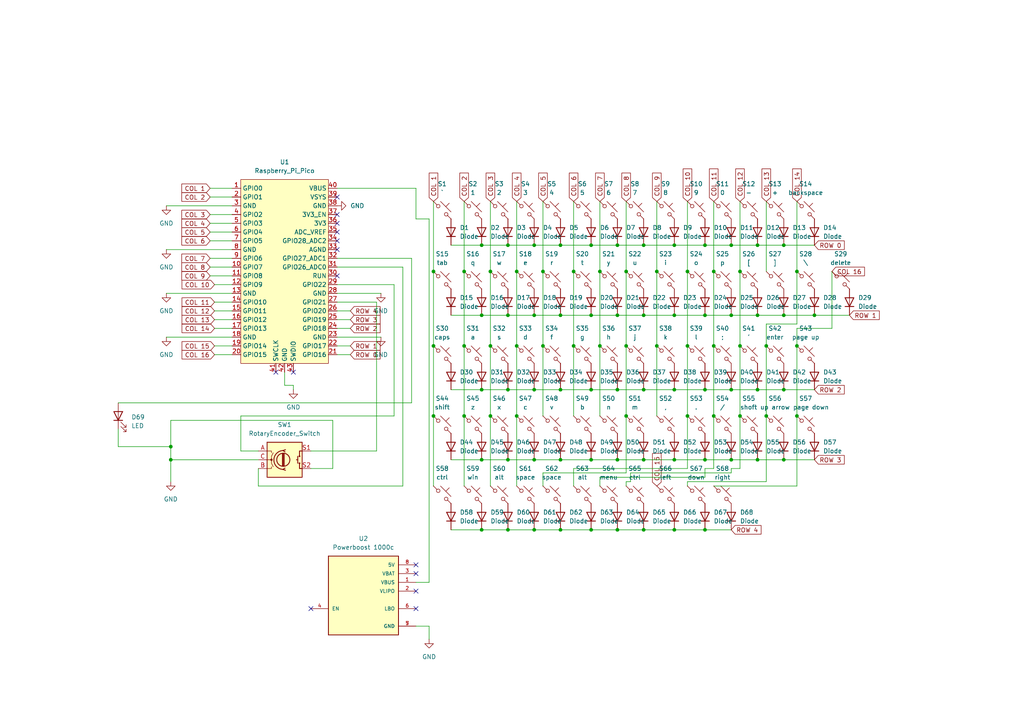
<source format=kicad_sch>
(kicad_sch (version 20231120) (generator "eeschema") (generator_version "8.0")
  (paper "A4")
  (junction (at 171.45 133.35))
  (junction (at 173.99 100.33))
  (junction (at 219.71 113.03))
  (junction (at 162.56 91.44))
  (junction (at 139.7 71.12))
  (junction (at 147.32 133.35))
  (junction (at 162.56 71.12))
  (junction (at 149.86 78.74))
  (junction (at 214.63 100.33))
  (junction (at 149.86 100.33))
  (junction (at 147.32 153.67))
  (junction (at 204.47 153.67))
  (junction (at 171.45 91.44))
  (junction (at 125.73 100.33))
  (junction (at 157.48 100.33))
  (junction (at 154.94 113.03))
  (junction (at 186.69 91.44))
  (junction (at 179.07 153.67))
  (junction (at 139.7 133.35))
  (junction (at 227.33 91.44))
  (junction (at 49.53 133.35))
  (junction (at 199.39 120.65))
  (junction (at 212.09 71.12))
  (junction (at 125.73 78.74))
  (junction (at 212.09 113.03))
  (junction (at 179.07 113.03))
  (junction (at 204.47 71.12))
  (junction (at 162.56 133.35))
  (junction (at 179.07 133.35))
  (junction (at 171.45 71.12))
  (junction (at 139.7 91.44))
  (junction (at 219.71 133.35))
  (junction (at 199.39 100.33))
  (junction (at 179.07 71.12))
  (junction (at 227.33 71.12))
  (junction (at 219.71 71.12))
  (junction (at 134.62 120.65))
  (junction (at 179.07 91.44))
  (junction (at 162.56 113.03))
  (junction (at 204.47 113.03))
  (junction (at 195.58 153.67))
  (junction (at 199.39 78.74))
  (junction (at 166.37 100.33))
  (junction (at 190.5 78.74))
  (junction (at 154.94 71.12))
  (junction (at 186.69 133.35))
  (junction (at 139.7 113.03))
  (junction (at 195.58 91.44))
  (junction (at 142.24 120.65))
  (junction (at 186.69 113.03))
  (junction (at 181.61 78.74))
  (junction (at 212.09 91.44))
  (junction (at 231.14 78.74))
  (junction (at 134.62 100.33))
  (junction (at 219.71 91.44))
  (junction (at 157.48 78.74))
  (junction (at 142.24 78.74))
  (junction (at 139.7 153.67))
  (junction (at 231.14 100.33))
  (junction (at 222.25 100.33))
  (junction (at 186.69 153.67))
  (junction (at 181.61 120.65))
  (junction (at 134.62 78.74))
  (junction (at 147.32 71.12))
  (junction (at 125.73 120.65))
  (junction (at 147.32 113.03))
  (junction (at 190.5 100.33))
  (junction (at 173.99 78.74))
  (junction (at 166.37 78.74))
  (junction (at 231.14 120.65))
  (junction (at 204.47 91.44))
  (junction (at 171.45 153.67))
  (junction (at 214.63 78.74))
  (junction (at 207.01 78.74))
  (junction (at 195.58 113.03))
  (junction (at 195.58 133.35))
  (junction (at 147.32 91.44))
  (junction (at 207.01 100.33))
  (junction (at 181.61 100.33))
  (junction (at 154.94 133.35))
  (junction (at 222.25 120.65))
  (junction (at 227.33 133.35))
  (junction (at 154.94 91.44))
  (junction (at 149.86 120.65))
  (junction (at 214.63 120.65))
  (junction (at 212.09 133.35))
  (junction (at 154.94 153.67))
  (junction (at 49.53 129.54))
  (junction (at 236.22 91.44))
  (junction (at 204.47 133.35))
  (junction (at 171.45 113.03))
  (junction (at 207.01 120.65))
  (junction (at 195.58 71.12))
  (junction (at 227.33 113.03))
  (junction (at 162.56 153.67))
  (junction (at 142.24 100.33))
  (junction (at 186.69 71.12))
  (no_connect (at 97.79 62.23))
  (no_connect (at 120.65 171.45))
  (no_connect (at 90.17 176.53))
  (no_connect (at 97.79 64.77))
  (no_connect (at 97.79 69.85))
  (no_connect (at 97.79 67.31))
  (no_connect (at 120.65 176.53))
  (no_connect (at 85.09 107.95))
  (no_connect (at 97.79 57.15))
  (no_connect (at 120.65 166.37))
  (no_connect (at 97.79 72.39))
  (no_connect (at 97.79 80.01))
  (no_connect (at 120.65 163.83))
  (no_connect (at 80.01 107.95))
  (wire (pts (xy 69.85 120.65) (xy 114.3 120.65)))
  (wire (pts (xy 222.25 120.65) (xy 222.25 139.7)))
  (wire (pts (xy 48.26 85.09) (xy 67.31 85.09)))
  (wire (pts (xy 49.53 133.35) (xy 49.53 129.54)))
  (wire (pts (xy 48.26 97.79) (xy 67.31 97.79)))
  (wire (pts (xy 60.96 64.77) (xy 67.31 64.77)))
  (wire (pts (xy 227.33 71.12) (xy 236.22 71.12)))
  (wire (pts (xy 48.26 72.39) (xy 67.31 72.39)))
  (wire (pts (xy 60.96 80.01) (xy 67.31 80.01)))
  (wire (pts (xy 181.61 139.7) (xy 181.61 140.97)))
  (wire (pts (xy 214.63 78.74) (xy 214.63 100.33)))
  (wire (pts (xy 162.56 71.12) (xy 171.45 71.12)))
  (wire (pts (xy 60.96 67.31) (xy 67.31 67.31)))
  (wire (pts (xy 62.23 82.55) (xy 67.31 82.55)))
  (wire (pts (xy 179.07 153.67) (xy 186.69 153.67)))
  (wire (pts (xy 199.39 135.89) (xy 166.37 135.89)))
  (wire (pts (xy 74.93 135.89) (xy 74.93 140.97)))
  (wire (pts (xy 62.23 102.87) (xy 67.31 102.87)))
  (wire (pts (xy 62.23 95.25) (xy 67.31 95.25)))
  (wire (pts (xy 212.09 71.12) (xy 219.71 71.12)))
  (wire (pts (xy 130.81 153.67) (xy 139.7 153.67)))
  (wire (pts (xy 166.37 135.89) (xy 166.37 140.97)))
  (wire (pts (xy 182.88 139.7) (xy 181.61 139.7)))
  (wire (pts (xy 204.47 91.44) (xy 212.09 91.44)))
  (wire (pts (xy 154.94 91.44) (xy 162.56 91.44)))
  (wire (pts (xy 157.48 100.33) (xy 157.48 120.65)))
  (wire (pts (xy 125.73 120.65) (xy 125.73 140.97)))
  (wire (pts (xy 147.32 71.12) (xy 154.94 71.12)))
  (wire (pts (xy 207.01 100.33) (xy 207.01 120.65)))
  (wire (pts (xy 147.32 153.67) (xy 154.94 153.67)))
  (wire (pts (xy 162.56 91.44) (xy 171.45 91.44)))
  (wire (pts (xy 231.14 100.33) (xy 231.14 120.65)))
  (wire (pts (xy 181.61 78.74) (xy 181.61 100.33)))
  (wire (pts (xy 199.39 78.74) (xy 199.39 100.33)))
  (wire (pts (xy 139.7 153.67) (xy 147.32 153.67)))
  (wire (pts (xy 179.07 133.35) (xy 186.69 133.35)))
  (wire (pts (xy 199.39 120.65) (xy 199.39 135.89)))
  (wire (pts (xy 149.86 78.74) (xy 149.86 100.33)))
  (wire (pts (xy 110.49 85.09) (xy 97.79 85.09)))
  (wire (pts (xy 214.63 120.65) (xy 214.63 135.89)))
  (wire (pts (xy 114.3 82.55) (xy 97.79 82.55)))
  (wire (pts (xy 199.39 139.7) (xy 199.39 140.97)))
  (wire (pts (xy 90.17 130.81) (xy 109.22 130.81)))
  (wire (pts (xy 219.71 133.35) (xy 227.33 133.35)))
  (wire (pts (xy 214.63 100.33) (xy 214.63 120.65)))
  (wire (pts (xy 142.24 100.33) (xy 142.24 120.65)))
  (wire (pts (xy 162.56 153.67) (xy 171.45 153.67)))
  (wire (pts (xy 82.55 107.95) (xy 82.55 111.76)))
  (wire (pts (xy 181.61 120.65) (xy 181.61 137.16)))
  (wire (pts (xy 130.81 113.03) (xy 139.7 113.03)))
  (wire (pts (xy 231.14 78.74) (xy 231.14 93.98)))
  (wire (pts (xy 60.96 74.93) (xy 67.31 74.93)))
  (wire (pts (xy 130.81 71.12) (xy 139.7 71.12)))
  (wire (pts (xy 236.22 91.44) (xy 246.38 91.44)))
  (wire (pts (xy 182.88 137.16) (xy 182.88 139.7)))
  (wire (pts (xy 212.09 91.44) (xy 219.71 91.44)))
  (wire (pts (xy 181.61 58.42) (xy 181.61 78.74)))
  (wire (pts (xy 120.65 54.61) (xy 97.79 54.61)))
  (wire (pts (xy 149.86 100.33) (xy 149.86 120.65)))
  (wire (pts (xy 166.37 100.33) (xy 166.37 120.65)))
  (wire (pts (xy 110.49 97.79) (xy 97.79 97.79)))
  (wire (pts (xy 97.79 74.93) (xy 119.38 74.93)))
  (wire (pts (xy 119.38 116.84) (xy 34.29 116.84)))
  (wire (pts (xy 222.25 139.7) (xy 199.39 139.7)))
  (wire (pts (xy 154.94 133.35) (xy 162.56 133.35)))
  (wire (pts (xy 204.47 71.12) (xy 212.09 71.12)))
  (wire (pts (xy 130.81 91.44) (xy 139.7 91.44)))
  (wire (pts (xy 219.71 113.03) (xy 227.33 113.03)))
  (wire (pts (xy 186.69 133.35) (xy 195.58 133.35)))
  (wire (pts (xy 130.81 133.35) (xy 139.7 133.35)))
  (wire (pts (xy 173.99 58.42) (xy 173.99 78.74)))
  (wire (pts (xy 139.7 133.35) (xy 147.32 133.35)))
  (wire (pts (xy 109.22 130.81) (xy 109.22 87.63)))
  (wire (pts (xy 60.96 62.23) (xy 67.31 62.23)))
  (wire (pts (xy 166.37 58.42) (xy 166.37 78.74)))
  (wire (pts (xy 109.22 87.63) (xy 97.79 87.63)))
  (wire (pts (xy 231.14 93.98) (xy 222.25 93.98)))
  (wire (pts (xy 207.01 120.65) (xy 207.01 135.89)))
  (wire (pts (xy 125.73 100.33) (xy 125.73 120.65)))
  (wire (pts (xy 171.45 71.12) (xy 179.07 71.12)))
  (wire (pts (xy 101.6 102.87) (xy 97.79 102.87)))
  (wire (pts (xy 90.17 135.89) (xy 96.52 135.89)))
  (wire (pts (xy 231.14 95.25) (xy 231.14 100.33)))
  (wire (pts (xy 181.61 100.33) (xy 181.61 120.65)))
  (wire (pts (xy 204.47 113.03) (xy 212.09 113.03)))
  (wire (pts (xy 157.48 58.42) (xy 157.48 78.74)))
  (wire (pts (xy 219.71 71.12) (xy 227.33 71.12)))
  (wire (pts (xy 227.33 113.03) (xy 236.22 113.03)))
  (wire (pts (xy 97.79 77.47) (xy 116.84 77.47)))
  (wire (pts (xy 125.73 58.42) (xy 125.73 78.74)))
  (wire (pts (xy 147.32 91.44) (xy 154.94 91.44)))
  (wire (pts (xy 171.45 133.35) (xy 179.07 133.35)))
  (wire (pts (xy 62.23 92.71) (xy 67.31 92.71)))
  (wire (pts (xy 147.32 113.03) (xy 154.94 113.03)))
  (wire (pts (xy 124.46 181.61) (xy 124.46 185.42)))
  (wire (pts (xy 101.6 90.17) (xy 97.79 90.17)))
  (wire (pts (xy 60.96 54.61) (xy 67.31 54.61)))
  (wire (pts (xy 85.09 111.76) (xy 85.09 113.03)))
  (wire (pts (xy 101.6 100.33) (xy 97.79 100.33)))
  (wire (pts (xy 60.96 69.85) (xy 67.31 69.85)))
  (wire (pts (xy 231.14 58.42) (xy 231.14 78.74)))
  (wire (pts (xy 204.47 133.35) (xy 212.09 133.35)))
  (wire (pts (xy 49.53 133.35) (xy 49.53 139.7)))
  (wire (pts (xy 124.46 63.5) (xy 120.65 63.5)))
  (wire (pts (xy 134.62 78.74) (xy 134.62 100.33)))
  (wire (pts (xy 222.25 58.42) (xy 222.25 78.74)))
  (wire (pts (xy 48.26 59.69) (xy 67.31 59.69)))
  (wire (pts (xy 207.01 135.89) (xy 204.47 135.89)))
  (wire (pts (xy 214.63 135.89) (xy 212.09 135.89)))
  (wire (pts (xy 114.3 120.65) (xy 114.3 82.55)))
  (wire (pts (xy 82.55 111.76) (xy 85.09 111.76)))
  (wire (pts (xy 154.94 113.03) (xy 162.56 113.03)))
  (wire (pts (xy 212.09 137.16) (xy 182.88 137.16)))
  (wire (pts (xy 186.69 71.12) (xy 195.58 71.12)))
  (wire (pts (xy 171.45 113.03) (xy 179.07 113.03)))
  (wire (pts (xy 154.94 71.12) (xy 162.56 71.12)))
  (wire (pts (xy 120.65 168.91) (xy 124.46 168.91)))
  (wire (pts (xy 231.14 120.65) (xy 231.14 140.97)))
  (wire (pts (xy 231.14 140.97) (xy 207.01 140.97)))
  (wire (pts (xy 195.58 71.12) (xy 204.47 71.12)))
  (wire (pts (xy 119.38 74.93) (xy 119.38 116.84)))
  (wire (pts (xy 139.7 91.44) (xy 147.32 91.44)))
  (wire (pts (xy 207.01 78.74) (xy 207.01 100.33)))
  (wire (pts (xy 34.29 124.46) (xy 34.29 129.54)))
  (wire (pts (xy 173.99 138.43) (xy 173.99 140.97)))
  (wire (pts (xy 171.45 153.67) (xy 179.07 153.67)))
  (wire (pts (xy 190.5 58.42) (xy 190.5 78.74)))
  (wire (pts (xy 74.93 133.35) (xy 49.53 133.35)))
  (wire (pts (xy 116.84 140.97) (xy 116.84 77.47)))
  (wire (pts (xy 227.33 133.35) (xy 236.22 133.35)))
  (wire (pts (xy 125.73 78.74) (xy 125.73 100.33)))
  (wire (pts (xy 34.29 129.54) (xy 49.53 129.54)))
  (wire (pts (xy 212.09 135.89) (xy 212.09 137.16)))
  (wire (pts (xy 120.65 63.5) (xy 120.65 54.61)))
  (wire (pts (xy 241.3 95.25) (xy 231.14 95.25)))
  (wire (pts (xy 149.86 58.42) (xy 149.86 78.74)))
  (wire (pts (xy 101.6 92.71) (xy 97.79 92.71)))
  (wire (pts (xy 162.56 113.03) (xy 171.45 113.03)))
  (wire (pts (xy 139.7 71.12) (xy 147.32 71.12)))
  (wire (pts (xy 154.94 153.67) (xy 162.56 153.67)))
  (wire (pts (xy 62.23 100.33) (xy 67.31 100.33)))
  (wire (pts (xy 62.23 90.17) (xy 67.31 90.17)))
  (wire (pts (xy 134.62 58.42) (xy 134.62 78.74)))
  (wire (pts (xy 241.3 78.74) (xy 241.3 95.25)))
  (wire (pts (xy 199.39 58.42) (xy 199.39 78.74)))
  (wire (pts (xy 204.47 135.89) (xy 204.47 138.43)))
  (wire (pts (xy 74.93 140.97) (xy 116.84 140.97)))
  (wire (pts (xy 195.58 91.44) (xy 204.47 91.44)))
  (wire (pts (xy 179.07 113.03) (xy 186.69 113.03)))
  (wire (pts (xy 222.25 100.33) (xy 222.25 120.65)))
  (wire (pts (xy 195.58 113.03) (xy 204.47 113.03)))
  (wire (pts (xy 60.96 77.47) (xy 67.31 77.47)))
  (wire (pts (xy 101.6 95.25) (xy 97.79 95.25)))
  (wire (pts (xy 219.71 91.44) (xy 227.33 91.44)))
  (wire (pts (xy 157.48 137.16) (xy 157.48 140.97)))
  (wire (pts (xy 204.47 153.67) (xy 212.09 153.67)))
  (wire (pts (xy 186.69 113.03) (xy 195.58 113.03)))
  (wire (pts (xy 142.24 58.42) (xy 142.24 78.74)))
  (wire (pts (xy 190.5 100.33) (xy 190.5 120.65)))
  (wire (pts (xy 166.37 78.74) (xy 166.37 100.33)))
  (wire (pts (xy 120.65 181.61) (xy 124.46 181.61)))
  (wire (pts (xy 139.7 113.03) (xy 147.32 113.03)))
  (wire (pts (xy 62.23 87.63) (xy 67.31 87.63)))
  (wire (pts (xy 69.85 130.81) (xy 69.85 120.65)))
  (wire (pts (xy 60.96 57.15) (xy 67.31 57.15)))
  (wire (pts (xy 173.99 78.74) (xy 173.99 100.33)))
  (wire (pts (xy 195.58 133.35) (xy 204.47 133.35)))
  (wire (pts (xy 162.56 133.35) (xy 171.45 133.35)))
  (wire (pts (xy 190.5 78.74) (xy 190.5 100.33)))
  (wire (pts (xy 227.33 91.44) (xy 236.22 91.44)))
  (wire (pts (xy 207.01 58.42) (xy 207.01 78.74)))
  (wire (pts (xy 49.53 129.54) (xy 49.53 121.92)))
  (wire (pts (xy 181.61 137.16) (xy 157.48 137.16)))
  (wire (pts (xy 195.58 153.67) (xy 204.47 153.67)))
  (wire (pts (xy 142.24 78.74) (xy 142.24 100.33)))
  (wire (pts (xy 186.69 91.44) (xy 195.58 91.44)))
  (wire (pts (xy 134.62 100.33) (xy 134.62 120.65)))
  (wire (pts (xy 173.99 100.33) (xy 173.99 120.65)))
  (wire (pts (xy 142.24 120.65) (xy 142.24 140.97)))
  (wire (pts (xy 179.07 71.12) (xy 186.69 71.12)))
  (wire (pts (xy 212.09 133.35) (xy 219.71 133.35)))
  (wire (pts (xy 214.63 58.42) (xy 214.63 78.74)))
  (wire (pts (xy 204.47 138.43) (xy 173.99 138.43)))
  (wire (pts (xy 179.07 91.44) (xy 186.69 91.44)))
  (wire (pts (xy 157.48 78.74) (xy 157.48 100.33)))
  (wire (pts (xy 171.45 91.44) (xy 179.07 91.44)))
  (wire (pts (xy 74.93 130.81) (xy 69.85 130.81)))
  (wire (pts (xy 96.52 135.89) (xy 96.52 121.92)))
  (wire (pts (xy 186.69 153.67) (xy 195.58 153.67)))
  (wire (pts (xy 222.25 93.98) (xy 222.25 100.33)))
  (wire (pts (xy 212.09 113.03) (xy 219.71 113.03)))
  (wire (pts (xy 149.86 120.65) (xy 149.86 140.97)))
  (wire (pts (xy 147.32 133.35) (xy 154.94 133.35)))
  (wire (pts (xy 134.62 120.65) (xy 134.62 140.97)))
  (wire (pts (xy 199.39 100.33) (xy 199.39 120.65)))
  (wire (pts (xy 96.52 121.92) (xy 49.53 121.92)))
  (wire (pts (xy 124.46 168.91) (xy 124.46 63.5)))
  (global_label "COL 9" (shape input) (at 190.5 58.42 90) (property "Intersheetrefs" "${INTERSHEET_REFS}" (effects (hide yes))))
  (global_label "COL 6" (shape input) (at 60.96 69.85 180) (property "Intersheetrefs" "${INTERSHEET_REFS}" (effects (hide yes))))
  (global_label "COL 1" (shape input) (at 125.73 58.42 90) (property "Intersheetrefs" "${INTERSHEET_REFS}" (effects (hide yes))))
  (global_label "ROW 4" (shape input) (at 212.09 153.67 0) (property "Intersheetrefs" "${INTERSHEET_REFS}" (effects (hide yes))))
  (global_label "ROW 4" (shape input) (at 101.6 90.17 0) (property "Intersheetrefs" "${INTERSHEET_REFS}" (effects (hide yes))))
  (global_label "COL 15" (shape input) (at 190.5 140.97 90) (property "Intersheetrefs" "${INTERSHEET_REFS}" (effects (hide yes))))
  (global_label "COL 7" (shape input) (at 60.96 74.93 180) (property "Intersheetrefs" "${INTERSHEET_REFS}" (effects (hide yes))))
  (global_label "ROW 0" (shape input) (at 101.6 102.87 0) (property "Intersheetrefs" "${INTERSHEET_REFS}" (effects (hide yes))))
  (global_label "COL 8" (shape input) (at 181.61 58.42 90) (property "Intersheetrefs" "${INTERSHEET_REFS}" (effects (hide yes))))
  (global_label "COL 4" (shape input) (at 60.96 64.77 180) (property "Intersheetrefs" "${INTERSHEET_REFS}" (effects (hide yes))))
  (global_label "COL 16" (shape input) (at 62.23 102.87 180) (property "Intersheetrefs" "${INTERSHEET_REFS}" (effects (hide yes))))
  (global_label "COL 10" (shape input) (at 199.39 58.42 90) (property "Intersheetrefs" "${INTERSHEET_REFS}" (effects (hide yes))))
  (global_label "COL 6" (shape input) (at 166.37 58.42 90) (property "Intersheetrefs" "${INTERSHEET_REFS}" (effects (hide yes))))
  (global_label "COL 12" (shape input) (at 62.23 90.17 180) (property "Intersheetrefs" "${INTERSHEET_REFS}" (effects (hide yes))))
  (global_label "ROW 2" (shape input) (at 101.6 95.25 0) (property "Intersheetrefs" "${INTERSHEET_REFS}" (effects (hide yes))))
  (global_label "COL 11" (shape input) (at 62.23 87.63 180) (property "Intersheetrefs" "${INTERSHEET_REFS}" (effects (hide yes))))
  (global_label "ROW 3" (shape input) (at 236.22 133.35 0) (property "Intersheetrefs" "${INTERSHEET_REFS}" (effects (hide yes))))
  (global_label "COL 13" (shape input) (at 62.23 92.71 180) (property "Intersheetrefs" "${INTERSHEET_REFS}" (effects (hide yes))))
  (global_label "COL 16" (shape input) (at 241.3 78.74 0) (property "Intersheetrefs" "${INTERSHEET_REFS}" (effects (hide yes))))
  (global_label "ROW 2" (shape input) (at 236.22 113.03 0) (property "Intersheetrefs" "${INTERSHEET_REFS}" (effects (hide yes))))
  (global_label "COL 10" (shape input) (at 62.23 82.55 180) (property "Intersheetrefs" "${INTERSHEET_REFS}" (effects (hide yes))))
  (global_label "COL 2" (shape input) (at 60.96 57.15 180) (property "Intersheetrefs" "${INTERSHEET_REFS}" (effects (hide yes))))
  (global_label "COL 14" (shape input) (at 62.23 95.25 180) (property "Intersheetrefs" "${INTERSHEET_REFS}" (effects (hide yes))))
  (global_label "COL 5" (shape input) (at 60.96 67.31 180) (property "Intersheetrefs" "${INTERSHEET_REFS}" (effects (hide yes))))
  (global_label "COL 3" (shape input) (at 60.96 62.23 180) (property "Intersheetrefs" "${INTERSHEET_REFS}" (effects (hide yes))))
  (global_label "COL 15" (shape input) (at 62.23 100.33 180) (property "Intersheetrefs" "${INTERSHEET_REFS}" (effects (hide yes))))
  (global_label "COL 5" (shape input) (at 157.48 58.42 90) (property "Intersheetrefs" "${INTERSHEET_REFS}" (effects (hide yes))))
  (global_label "ROW 1" (shape input) (at 101.6 100.33 0) (property "Intersheetrefs" "${INTERSHEET_REFS}" (effects (hide yes))))
  (global_label "COL 8" (shape input) (at 60.96 77.47 180) (property "Intersheetrefs" "${INTERSHEET_REFS}" (effects (hide yes))))
  (global_label "COL 7" (shape input) (at 173.99 58.42 90) (property "Intersheetrefs" "${INTERSHEET_REFS}" (effects (hide yes))))
  (global_label "COL 1" (shape input) (at 60.96 54.61 180) (property "Intersheetrefs" "${INTERSHEET_REFS}" (effects (hide yes))))
  (global_label "COL 3" (shape input) (at 142.24 58.42 90) (property "Intersheetrefs" "${INTERSHEET_REFS}" (effects (hide yes))))
  (global_label "ROW 3" (shape input) (at 101.6 92.71 0) (property "Intersheetrefs" "${INTERSHEET_REFS}" (effects (hide yes))))
  (global_label "COL 9" (shape input) (at 60.96 80.01 180) (property "Intersheetrefs" "${INTERSHEET_REFS}" (effects (hide yes))))
  (global_label "ROW 0" (shape input) (at 236.22 71.12 0) (property "Intersheetrefs" "${INTERSHEET_REFS}" (effects (hide yes))))
  (global_label "COL 4" (shape input) (at 149.86 58.42 90) (property "Intersheetrefs" "${INTERSHEET_REFS}" (effects (hide yes))))
  (global_label "ROW 1" (shape input) (at 246.38 91.44 0) (property "Intersheetrefs" "${INTERSHEET_REFS}" (effects (hide yes))))
  (global_label "COL 11" (shape input) (at 207.01 58.42 90) (property "Intersheetrefs" "${INTERSHEET_REFS}" (effects (hide yes))))
  (global_label "COL 14" (shape input) (at 231.14 58.42 90) (property "Intersheetrefs" "${INTERSHEET_REFS}" (effects (hide yes))))
  (global_label "COL 12" (shape input) (at 214.63 58.42 90) (property "Intersheetrefs" "${INTERSHEET_REFS}" (effects (hide yes))))
  (global_label "COL 13" (shape input) (at 222.25 58.42 90) (property "Intersheetrefs" "${INTERSHEET_REFS}" (effects (hide yes))))
  (global_label "COL 2" (shape input) (at 134.62 58.42 90) (property "Intersheetrefs" "${INTERSHEET_REFS}" (effects (hide yes))))
  (symbol (lib_id "ScottoKeebs:Placeholder_Diode") (at 171.45 109.22 90) (unit 1)
    (property "Reference" "D35" (at 173.99 107.9499 90) (effects (justify right)))
    (property "Value" "Diode" (at 173.99 110.4899 90) (effects (justify right)))
    (property "Footprint" "ScottoKeebs_Components:Diode_DO-35" (effects (hide yes)))
    (property "Description" "1N4148 (DO-35) or 1N4148W (SOD-123)" (effects (hide yes)))
    (property "Sim.Device" "D" (effects (hide yes)))
    (property "Sim.Pins" "1=K 2=A" (effects (hide yes)))
  )
  (symbol (lib_id "ScottoKeebs:Placeholder_Keyswitch") (at 217.17 123.19 0) (unit 1)
    (property "Reference" "S55" (at 217.17 115.57 0))
    (property "Value" "shoft" (at 217.17 118.11 0))
    (property "Footprint" "ScottoKeebs_Choc:Choc_V1" (effects (hide yes)))
    (property "Description" "Push button switch, normally open, two pins, 45° tilted" (effects (hide yes)))
  )
  (symbol (lib_id "ScottoKeebs:Placeholder_Keyswitch") (at 152.4 60.96 0) (unit 1)
    (property "Reference" "S4" (at 152.4 53.34 0))
    (property "Value" "3" (at 152.4 55.88 0))
    (property "Footprint" "ScottoKeebs_Choc:Choc_V1" (effects (hide yes)))
    (property "Description" "Push button switch, normally open, two pins, 45° tilted" (effects (hide yes)))
  )
  (symbol (lib_id "ScottoKeebs:Placeholder_Diode") (at 139.7 67.31 90) (unit 1)
    (property "Reference" "D2" (at 142.24 66.0399 90) (effects (justify right)))
    (property "Value" "Diode" (at 142.24 68.5799 90) (effects (justify right)))
    (property "Footprint" "ScottoKeebs_Components:Diode_DO-35" (effects (hide yes)))
    (property "Description" "1N4148 (DO-35) or 1N4148W (SOD-123)" (effects (hide yes)))
    (property "Sim.Device" "D" (effects (hide yes)))
    (property "Sim.Pins" "1=K 2=A" (effects (hide yes)))
  )
  (symbol (lib_id "ScottoKeebs:Placeholder_Keyswitch") (at 184.15 143.51 0) (unit 1)
    (property "Reference" "S65" (at 184.15 135.89 0))
    (property "Value" "ctrl" (at 184.15 138.43 0))
    (property "Footprint" "ScottoKeebs_Choc:Choc_V1" (effects (hide yes)))
    (property "Description" "Push button switch, normally open, two pins, 45° tilted" (effects (hide yes)))
  )
  (symbol (lib_id "ScottoKeebs:Placeholder_Diode") (at 147.32 109.22 90) (unit 1)
    (property "Reference" "D32" (at 149.86 107.9499 90) (effects (justify right)))
    (property "Value" "Diode" (at 149.86 110.4899 90) (effects (justify right)))
    (property "Footprint" "ScottoKeebs_Components:Diode_DO-35" (effects (hide yes)))
    (property "Description" "1N4148 (DO-35) or 1N4148W (SOD-123)" (effects (hide yes)))
    (property "Sim.Device" "D" (effects (hide yes)))
    (property "Sim.Pins" "1=K 2=A" (effects (hide yes)))
  )
  (symbol (lib_id "ScottoKeebs:Placeholder_Keyswitch") (at 201.93 143.51 0) (unit 1)
    (property "Reference" "S67" (at 201.93 135.89 0))
    (property "Value" "down" (at 201.93 138.43 0))
    (property "Footprint" "ScottoKeebs_Choc:Choc_V1" (effects (hide yes)))
    (property "Description" "Push button switch, normally open, two pins, 45° tilted" (effects (hide yes)))
  )
  (symbol (lib_id "ScottoKeebs:Placeholder_Diode") (at 154.94 109.22 90) (unit 1)
    (property "Reference" "D33" (at 157.48 107.9499 90) (effects (justify right)))
    (property "Value" "Diode" (at 157.48 110.4899 90) (effects (justify right)))
    (property "Footprint" "ScottoKeebs_Components:Diode_DO-35" (effects (hide yes)))
    (property "Description" "1N4148 (DO-35) or 1N4148W (SOD-123)" (effects (hide yes)))
    (property "Sim.Device" "D" (effects (hide yes)))
    (property "Sim.Pins" "1=K 2=A" (effects (hide yes)))
  )
  (symbol (lib_id "ScottoKeebs:Placeholder_Diode") (at 147.32 87.63 90) (unit 1)
    (property "Reference" "D17" (at 149.86 86.3599 90) (effects (justify right)))
    (property "Value" "Diode" (at 149.86 88.8999 90) (effects (justify right)))
    (property "Footprint" "ScottoKeebs_Components:Diode_DO-35" (effects (hide yes)))
    (property "Description" "1N4148 (DO-35) or 1N4148W (SOD-123)" (effects (hide yes)))
    (property "Sim.Device" "D" (effects (hide yes)))
    (property "Sim.Pins" "1=K 2=A" (effects (hide yes)))
  )
  (symbol (lib_id "ScottoKeebs:Placeholder_Diode") (at 162.56 149.86 90) (unit 1)
    (property "Reference" "D62" (at 165.1 148.5899 90) (effects (justify right)))
    (property "Value" "Diode" (at 165.1 151.1299 90) (effects (justify right)))
    (property "Footprint" "ScottoKeebs_Components:Diode_DO-35" (effects (hide yes)))
    (property "Description" "1N4148 (DO-35) or 1N4148W (SOD-123)" (effects (hide yes)))
    (property "Sim.Device" "D" (effects (hide yes)))
    (property "Sim.Pins" "1=K 2=A" (effects (hide yes)))
  )
  (symbol (lib_id "ScottoKeebs:Placeholder_Diode") (at 246.38 87.63 90) (unit 1)
    (property "Reference" "D29" (at 248.92 86.3599 90) (effects (justify right)))
    (property "Value" "Diode" (at 248.92 88.8999 90) (effects (justify right)))
    (property "Footprint" "ScottoKeebs_Components:Diode_DO-35" (effects (hide yes)))
    (property "Description" "1N4148 (DO-35) or 1N4148W (SOD-123)" (effects (hide yes)))
    (property "Sim.Device" "D" (effects (hide yes)))
    (property "Sim.Pins" "1=K 2=A" (effects (hide yes)))
  )
  (symbol (lib_id "ScottoKeebs:Placeholder_Diode") (at 186.69 109.22 90) (unit 1)
    (property "Reference" "D37" (at 189.23 107.9499 90) (effects (justify right)))
    (property "Value" "Diode" (at 189.23 110.4899 90) (effects (justify right)))
    (property "Footprint" "ScottoKeebs_Components:Diode_DO-35" (effects (hide yes)))
    (property "Description" "1N4148 (DO-35) or 1N4148W (SOD-123)" (effects (hide yes)))
    (property "Sim.Device" "D" (effects (hide yes)))
    (property "Sim.Pins" "1=K 2=A" (effects (hide yes)))
  )
  (symbol (lib_id "ScottoKeebs:Placeholder_Keyswitch") (at 144.78 143.51 0) (unit 1)
    (property "Reference" "S60" (at 144.78 135.89 0))
    (property "Value" "alt" (at 144.78 138.43 0))
    (property "Footprint" "ScottoKeebs_Choc:Choc_V1" (effects (hide yes)))
    (property "Description" "Push button switch, normally open, two pins, 45° tilted" (effects (hide yes)))
  )
  (symbol (lib_id "ScottoKeebs:Placeholder_Diode") (at 212.09 109.22 90) (unit 1)
    (property "Reference" "D40" (at 214.63 107.9499 90) (effects (justify right)))
    (property "Value" "Diode" (at 214.63 110.4899 90) (effects (justify right)))
    (property "Footprint" "ScottoKeebs_Components:Diode_DO-35" (effects (hide yes)))
    (property "Description" "1N4148 (DO-35) or 1N4148W (SOD-123)" (effects (hide yes)))
    (property "Sim.Device" "D" (effects (hide yes)))
    (property "Sim.Pins" "1=K 2=A" (effects (hide yes)))
  )
  (symbol (lib_id "ScottoKeebs:Placeholder_Keyswitch") (at 233.68 60.96 0) (unit 1)
    (property "Reference" "S14" (at 233.68 53.34 0))
    (property "Value" "backspace" (at 233.68 55.88 0))
    (property "Footprint" "ScottoKeebs_Choc:Choc_V1" (effects (hide yes)))
    (property "Description" "Push button switch, normally open, two pins, 45° tilted" (effects (hide yes)))
  )
  (symbol (lib_id "ScottoKeebs:Placeholder_Keyswitch") (at 217.17 60.96 0) (unit 1)
    (property "Reference" "S12" (at 217.17 53.34 0))
    (property "Value" "-" (at 217.17 55.88 0))
    (property "Footprint" "ScottoKeebs_Choc:Choc_V1" (effects (hide yes)))
    (property "Description" "Push button switch, normally open, two pins, 45° tilted" (effects (hide yes)))
  )
  (symbol (lib_id "ScottoKeebs:Placeholder_Keyswitch") (at 168.91 143.51 0) (unit 1)
    (property "Reference" "S63" (at 168.91 135.89 0))
    (property "Value" "alt" (at 168.91 138.43 0))
    (property "Footprint" "ScottoKeebs_Choc:Choc_V1" (effects (hide yes)))
    (property "Description" "Push button switch, normally open, two pins, 45° tilted" (effects (hide yes)))
  )
  (symbol (lib_id "ScottoKeebs:Placeholder_Keyswitch") (at 233.68 102.87 0) (unit 1)
    (property "Reference" "S43" (at 233.68 95.25 0))
    (property "Value" "page up" (at 233.68 97.79 0))
    (property "Footprint" "ScottoKeebs_Choc:Choc_V1" (effects (hide yes)))
    (property "Description" "Push button switch, normally open, two pins, 45° tilted" (effects (hide yes)))
  )
  (symbol (lib_id "ScottoKeebs:Placeholder_Diode") (at 147.32 67.31 90) (unit 1)
    (property "Reference" "D3" (at 149.86 66.0399 90) (effects (justify right)))
    (property "Value" "Diode" (at 149.86 68.5799 90) (effects (justify right)))
    (property "Footprint" "ScottoKeebs_Components:Diode_DO-35" (effects (hide yes)))
    (property "Description" "1N4148 (DO-35) or 1N4148W (SOD-123)" (effects (hide yes)))
    (property "Sim.Device" "D" (effects (hide yes)))
    (property "Sim.Pins" "1=K 2=A" (effects (hide yes)))
  )
  (symbol (lib_id "ScottoKeebs:Placeholder_Keyswitch") (at 233.68 81.28 0) (unit 1)
    (property "Reference" "S28" (at 233.68 73.66 0))
    (property "Value" "\\" (at 233.68 76.2 0))
    (property "Footprint" "ScottoKeebs_Choc:Choc_V1" (effects (hide yes)))
    (property "Description" "Push button switch, normally open, two pins, 45° tilted" (effects (hide yes)))
  )
  (symbol (lib_id "ScottoKeebs:Placeholder_Diode") (at 195.58 87.63 90) (unit 1)
    (property "Reference" "D23" (at 198.12 86.3599 90) (effects (justify right)))
    (property "Value" "Diode" (at 198.12 88.8999 90) (effects (justify right)))
    (property "Footprint" "ScottoKeebs_Components:Diode_DO-35" (effects (hide yes)))
    (property "Description" "1N4148 (DO-35) or 1N4148W (SOD-123)" (effects (hide yes)))
    (property "Sim.Device" "D" (effects (hide yes)))
    (property "Sim.Pins" "1=K 2=A" (effects (hide yes)))
  )
  (symbol (lib_id "ScottoKeebs:Placeholder_Keyswitch") (at 224.79 81.28 0) (unit 1)
    (property "Reference" "S27" (at 224.79 73.66 0))
    (property "Value" "]" (at 224.79 76.2 0))
    (property "Footprint" "ScottoKeebs_Choc:Choc_V1" (effects (hide yes)))
    (property "Description" "Push button switch, normally open, two pins, 45° tilted" (effects (hide yes)))
  )
  (symbol (lib_id "ScottoKeebs:Placeholder_Keyswitch") (at 243.84 81.28 0) (unit 1)
    (property "Reference" "S29" (at 243.84 73.66 0))
    (property "Value" "delete" (at 243.84 76.2 0))
    (property "Footprint" "ScottoKeebs_Choc:Choc_V1" (effects (hide yes)))
    (property "Description" "Push button switch, normally open, two pins, 45° tilted" (effects (hide yes)))
  )
  (symbol (lib_id "ScottoKeebs:MCU_Raspberry_Pi_Pico") (at 82.55 78.74 0) (unit 1)
    (property "Reference" "U1" (at 82.55 46.99 0))
    (property "Value" "Raspberry_Pi_Pico" (at 82.55 49.53 0))
    (property "Footprint" "ScottoKeebs_MCU:Raspberry_Pi_Pico" (effects (hide yes)))
  )
  (symbol (lib_id "ScottoKeebs:Placeholder_Keyswitch") (at 137.16 81.28 0) (unit 1)
    (property "Reference" "S16" (at 137.16 73.66 0))
    (property "Value" "q" (at 137.16 76.2 0))
    (property "Footprint" "ScottoKeebs_Choc:Choc_V1" (effects (hide yes)))
    (property "Description" "Push button switch, normally open, two pins, 45° tilted" (effects (hide yes)))
  )
  (symbol (lib_id "ScottoKeebs:Placeholder_Diode") (at 179.07 129.54 90) (unit 1)
    (property "Reference" "D50" (at 181.61 128.2699 90) (effects (justify right)))
    (property "Value" "Diode" (at 181.61 130.8099 90) (effects (justify right)))
    (property "Footprint" "ScottoKeebs_Components:Diode_DO-35" (effects (hide yes)))
    (property "Description" "1N4148 (DO-35) or 1N4148W (SOD-123)" (effects (hide yes)))
    (property "Sim.Device" "D" (effects (hide yes)))
    (property "Sim.Pins" "1=K 2=A" (effects (hide yes)))
  )
  (symbol (lib_id "ScottoKeebs:Placeholder_Keyswitch") (at 217.17 102.87 0) (unit 1)
    (property "Reference" "S41" (at 217.17 95.25 0))
    (property "Value" "'" (at 217.17 97.79 0))
    (property "Footprint" "ScottoKeebs_Choc:Choc_V1" (effects (hide yes)))
    (property "Description" "Push button switch, normally open, two pins, 45° tilted" (effects (hide yes)))
  )
  (symbol (lib_id "ScottoKeebs:Placeholder_Keyswitch") (at 201.93 123.19 0) (unit 1)
    (property "Reference" "S53" (at 201.93 115.57 0))
    (property "Value" "." (at 201.93 118.11 0))
    (property "Footprint" "ScottoKeebs_Choc:Choc_V1" (effects (hide yes)))
    (property "Description" "Push button switch, normally open, two pins, 45° tilted" (effects (hide yes)))
  )
  (symbol (lib_id "ScottoKeebs:Placeholder_Keyswitch") (at 184.15 102.87 0) (unit 1)
    (property "Reference" "S37" (at 184.15 95.25 0))
    (property "Value" "j" (at 184.15 97.79 0))
    (property "Footprint" "ScottoKeebs_Choc:Choc_V1" (effects (hide yes)))
    (property "Description" "Push button switch, normally open, two pins, 45° tilted" (effects (hide yes)))
  )
  (symbol (lib_id "power:GND") (at 110.49 97.79 0) (unit 1)
    (property "Reference" "#PWR06" (effects (hide yes)))
    (property "Value" "GND" (at 110.49 102.87 0))
    (property "Description" "Power symbol creates a global label with name \"GND\" , ground" (effects (hide yes)))
  )
  (symbol (lib_id "ScottoKeebs:Placeholder_Diode") (at 171.45 149.86 90) (unit 1)
    (property "Reference" "D63" (at 173.99 148.5899 90) (effects (justify right)))
    (property "Value" "Diode" (at 173.99 151.1299 90) (effects (justify right)))
    (property "Footprint" "ScottoKeebs_Components:Diode_DO-35" (effects (hide yes)))
    (property "Description" "1N4148 (DO-35) or 1N4148W (SOD-123)" (effects (hide yes)))
    (property "Sim.Device" "D" (effects (hide yes)))
    (property "Sim.Pins" "1=K 2=A" (effects (hide yes)))
  )
  (symbol (lib_id "ScottoKeebs:Placeholder_Diode") (at 227.33 67.31 90) (unit 1)
    (property "Reference" "D13" (at 229.87 66.0399 90) (effects (justify right)))
    (property "Value" "Diode" (at 229.87 68.5799 90) (effects (justify right)))
    (property "Footprint" "ScottoKeebs_Components:Diode_DO-35" (effects (hide yes)))
    (property "Description" "1N4148 (DO-35) or 1N4148W (SOD-123)" (effects (hide yes)))
    (property "Sim.Device" "D" (effects (hide yes)))
    (property "Sim.Pins" "1=K 2=A" (effects (hide yes)))
  )
  (symbol (lib_id "power:GND") (at 97.79 59.69 90) (unit 1)
    (property "Reference" "#PWR04" (effects (hide yes)))
    (property "Value" "GND" (at 101.6 59.6899 90) (effects (justify right)))
    (property "Description" "Power symbol creates a global label with name \"GND\" , ground" (effects (hide yes)))
  )
  (symbol (lib_id "ScottoKeebs:Placeholder_Keyswitch") (at 193.04 60.96 0) (unit 1)
    (property "Reference" "S9" (at 193.04 53.34 0))
    (property "Value" "8" (at 193.04 55.88 0))
    (property "Footprint" "ScottoKeebs_Choc:Choc_V1" (effects (hide yes)))
    (property "Description" "Push button switch, normally open, two pins, 45° tilted" (effects (hide yes)))
  )
  (symbol (lib_id "ScottoKeebs:Placeholder_Keyswitch") (at 193.04 81.28 0) (unit 1)
    (property "Reference" "S23" (at 193.04 73.66 0))
    (property "Value" "i" (at 193.04 76.2 0))
    (property "Footprint" "ScottoKeebs_Choc:Choc_V1" (effects (hide yes)))
    (property "Description" "Push button switch, normally open, two pins, 45° tilted" (effects (hide yes)))
  )
  (symbol (lib_id "ScottoKeebs:Placeholder_Keyswitch") (at 160.02 123.19 0) (unit 1)
    (property "Reference" "S48" (at 160.02 115.57 0))
    (property "Value" "v" (at 160.02 118.11 0))
    (property "Footprint" "ScottoKeebs_Choc:Choc_V1" (effects (hide yes)))
    (property "Description" "Push button switch, normally open, two pins, 45° tilted" (effects (hide yes)))
  )
  (symbol (lib_id "ScottoKeebs:Placeholder_Keyswitch") (at 193.04 102.87 0) (unit 1)
    (property "Reference" "S38" (at 193.04 95.25 0))
    (property "Value" "k" (at 193.04 97.79 0))
    (property "Footprint" "ScottoKeebs_Choc:Choc_V1" (effects (hide yes)))
    (property "Description" "Push button switch, normally open, two pins, 45° tilted" (effects (hide yes)))
  )
  (symbol (lib_id "ScottoKeebs:Placeholder_Diode") (at 179.07 67.31 90) (unit 1)
    (property "Reference" "D7" (at 181.61 66.0399 90) (effects (justify right)))
    (property "Value" "Diode" (at 181.61 68.5799 90) (effects (justify right)))
    (property "Footprint" "ScottoKeebs_Components:Diode_DO-35" (effects (hide yes)))
    (property "Description" "1N4148 (DO-35) or 1N4148W (SOD-123)" (effects (hide yes)))
    (property "Sim.Device" "D" (effects (hide yes)))
    (property "Sim.Pins" "1=K 2=A" (effects (hide yes)))
  )
  (symbol (lib_id "ScottoKeebs:Placeholder_Diode") (at 195.58 67.31 90) (unit 1)
    (property "Reference" "D9" (at 198.12 66.0399 90) (effects (justify right)))
    (property "Value" "Diode" (at 198.12 68.5799 90) (effects (justify right)))
    (property "Footprint" "ScottoKeebs_Components:Diode_DO-35" (effects (hide yes)))
    (property "Description" "1N4148 (DO-35) or 1N4148W (SOD-123)" (effects (hide yes)))
    (property "Sim.Device" "D" (effects (hide yes)))
    (property "Sim.Pins" "1=K 2=A" (effects (hide yes)))
  )
  (symbol (lib_id "ScottoKeebs:Placeholder_Keyswitch") (at 168.91 102.87 0) (unit 1)
    (property "Reference" "S35" (at 168.91 95.25 0))
    (property "Value" "g" (at 168.91 97.79 0))
    (property "Footprint" "ScottoKeebs_Choc:Choc_V1" (effects (hide yes)))
    (property "Description" "Push button switch, normally open, two pins, 45° tilted" (effects (hide yes)))
  )
  (symbol (lib_id "ScottoKeebs:Placeholder_Diode") (at 212.09 149.86 90) (unit 1)
    (property "Reference" "D68" (at 214.63 148.5899 90) (effects (justify right)))
    (property "Value" "Diode" (at 214.63 151.1299 90) (effects (justify right)))
    (property "Footprint" "ScottoKeebs_Components:Diode_DO-35" (effects (hide yes)))
    (property "Description" "1N4148 (DO-35) or 1N4148W (SOD-123)" (effects (hide yes)))
    (property "Sim.Device" "D" (effects (hide yes)))
    (property "Sim.Pins" "1=K 2=A" (effects (hide yes)))
  )
  (symbol (lib_id "ScottoKeebs:Placeholder_Diode") (at 154.94 67.31 90) (unit 1)
    (property "Reference" "D4" (at 157.48 66.0399 90) (effects (justify right)))
    (property "Value" "Diode" (at 157.48 68.5799 90) (effects (justify right)))
    (property "Footprint" "ScottoKeebs_Components:Diode_DO-35" (effects (hide yes)))
    (property "Description" "1N4148 (DO-35) or 1N4148W (SOD-123)" (effects (hide yes)))
    (property "Sim.Device" "D" (effects (hide yes)))
    (property "Sim.Pins" "1=K 2=A" (effects (hide yes)))
  )
  (symbol (lib_id "ScottoKeebs:Placeholder_Keyswitch") (at 160.02 143.51 0) (unit 1)
    (property "Reference" "S62" (at 160.02 135.89 0))
    (property "Value" "space" (at 160.02 138.43 0))
    (property "Footprint" "ScottoKeebs_Choc:Choc_V1" (effects (hide yes)))
    (property "Description" "Push button switch, normally open, two pins, 45° tilted" (effects (hide yes)))
  )
  (symbol (lib_id "ScottoKeebs:Placeholder_Diode") (at 219.71 129.54 90) (unit 1)
    (property "Reference" "D55" (at 222.25 128.2699 90) (effects (justify right)))
    (property "Value" "Diode" (at 222.25 130.8099 90) (effects (justify right)))
    (property "Footprint" "ScottoKeebs_Components:Diode_DO-35" (effects (hide yes)))
    (property "Description" "1N4148 (DO-35) or 1N4148W (SOD-123)" (effects (hide yes)))
    (property "Sim.Device" "D" (effects (hide yes)))
    (property "Sim.Pins" "1=K 2=A" (effects (hide yes)))
  )
  (symbol (lib_id "ScottoKeebs:Placeholder_Keyswitch") (at 160.02 102.87 0) (unit 1)
    (property "Reference" "S34" (at 160.02 95.25 0))
    (property "Value" "f" (at 160.02 97.79 0))
    (property "Footprint" "ScottoKeebs_Choc:Choc_V1" (effects (hide yes)))
    (property "Description" "Push button switch, normally open, two pins, 45° tilted" (effects (hide yes)))
  )
  (symbol (lib_id "ScottoKeebs:Placeholder_Diode") (at 227.33 87.63 90) (unit 1)
    (property "Reference" "D27" (at 229.87 86.3599 90) (effects (justify right)))
    (property "Value" "Diode" (at 229.87 88.8999 90) (effects (justify right)))
    (property "Footprint" "ScottoKeebs_Components:Diode_DO-35" (effects (hide yes)))
    (property "Description" "1N4148 (DO-35) or 1N4148W (SOD-123)" (effects (hide yes)))
    (property "Sim.Device" "D" (effects (hide yes)))
    (property "Sim.Pins" "1=K 2=A" (effects (hide yes)))
  )
  (symbol (lib_id "ScottoKeebs:Placeholder_Keyswitch") (at 152.4 123.19 0) (unit 1)
    (property "Reference" "S47" (at 152.4 115.57 0))
    (property "Value" "c" (at 152.4 118.11 0))
    (property "Footprint" "ScottoKeebs_Choc:Choc_V1" (effects (hide yes)))
    (property "Description" "Push button switch, normally open, two pins, 45° tilted" (effects (hide yes)))
  )
  (symbol (lib_id "ScottoKeebs:Placeholder_Keyswitch") (at 201.93 102.87 0) (unit 1)
    (property "Reference" "S39" (at 201.93 95.25 0))
    (property "Value" "l" (at 201.93 97.79 0))
    (property "Footprint" "ScottoKeebs_Choc:Choc_V1" (effects (hide yes)))
    (property "Description" "Push button switch, normally open, two pins, 45° tilted" (effects (hide yes)))
  )
  (symbol (lib_id "ScottoKeebs:Placeholder_Diode") (at 236.22 67.31 90) (unit 1)
    (property "Reference" "D14" (at 238.76 66.0399 90) (effects (justify right)))
    (property "Value" "Diode" (at 238.76 68.5799 90) (effects (justify right)))
    (property "Footprint" "ScottoKeebs_Components:Diode_DO-35" (effects (hide yes)))
    (property "Description" "1N4148 (DO-35) or 1N4148W (SOD-123)" (effects (hide yes)))
    (property "Sim.Device" "D" (effects (hide yes)))
    (property "Sim.Pins" "1=K 2=A" (effects (hide yes)))
  )
  (symbol (lib_id "ScottoKeebs:Placeholder_Diode") (at 219.71 109.22 90) (unit 1)
    (property "Reference" "D41" (at 222.25 107.9499 90) (effects (justify right)))
    (property "Value" "Diode" (at 222.25 110.4899 90) (effects (justify right)))
    (property "Footprint" "ScottoKeebs_Components:Diode_DO-35" (effects (hide yes)))
    (property "Description" "1N4148 (DO-35) or 1N4148W (SOD-123)" (effects (hide yes)))
    (property "Sim.Device" "D" (effects (hide yes)))
    (property "Sim.Pins" "1=K 2=A" (effects (hide yes)))
  )
  (symbol (lib_id "ScottoKeebs:Placeholder_Keyswitch") (at 176.53 123.19 0) (unit 1)
    (property "Reference" "S50" (at 176.53 115.57 0))
    (property "Value" "n" (at 176.53 118.11 0))
    (property "Footprint" "ScottoKeebs_Choc:Choc_V1" (effects (hide yes)))
    (property "Description" "Push button switch, normally open, two pins, 45° tilted" (effects (hide yes)))
  )
  (symbol (lib_id "ScottoKeebs:Placeholder_Diode") (at 204.47 67.31 90) (unit 1)
    (property "Reference" "D10" (at 207.01 66.0399 90) (effects (justify right)))
    (property "Value" "Diode" (at 207.01 68.5799 90) (effects (justify right)))
    (property "Footprint" "ScottoKeebs_Components:Diode_DO-35" (effects (hide yes)))
    (property "Description" "1N4148 (DO-35) or 1N4148W (SOD-123)" (effects (hide yes)))
    (property "Sim.Device" "D" (effects (hide yes)))
    (property "Sim.Pins" "1=K 2=A" (effects (hide yes)))
  )
  (symbol (lib_id "ScottoKeebs:Placeholder_Diode") (at 139.7 149.86 90) (unit 1)
    (property "Reference" "D59" (at 142.24 148.5899 90) (effects (justify right)))
    (property "Value" "Diode" (at 142.24 151.1299 90) (effects (justify right)))
    (property "Footprint" "ScottoKeebs_Components:Diode_DO-35" (effects (hide yes)))
    (property "Description" "1N4148 (DO-35) or 1N4148W (SOD-123)" (effects (hide yes)))
    (property "Sim.Device" "D" (effects (hide yes)))
    (property "Sim.Pins" "1=K 2=A" (effects (hide yes)))
  )
  (symbol (lib_id "ScottoKeebs:Placeholder_Keyswitch") (at 168.91 123.19 0) (unit 1)
    (property "Reference" "S49" (at 168.91 115.57 0))
    (property "Value" "b" (at 168.91 118.11 0))
    (property "Footprint" "ScottoKeebs_Choc:Choc_V1" (effects (hide yes)))
    (property "Description" "Push button switch, normally open, two pins, 45° tilted" (effects (hide yes)))
  )
  (symbol (lib_id "ScottoKeebs:Placeholder_Diode") (at 212.09 67.31 90) (unit 1)
    (property "Reference" "D11" (at 214.63 66.0399 90) (effects (justify right)))
    (property "Value" "Diode" (at 214.63 68.5799 90) (effects (justify right)))
    (property "Footprint" "ScottoKeebs_Components:Diode_DO-35" (effects (hide yes)))
    (property "Description" "1N4148 (DO-35) or 1N4148W (SOD-123)" (effects (hide yes)))
    (property "Sim.Device" "D" (effects (hide yes)))
    (property "Sim.Pins" "1=K 2=A" (effects (hide yes)))
  )
  (symbol (lib_id "power:GND") (at 48.26 97.79 0) (unit 1)
    (property "Reference" "#PWR08" (effects (hide yes)))
    (property "Value" "GND" (at 48.26 102.87 0))
    (property "Description" "Power symbol creates a global label with name \"GND\" , ground" (effects (hide yes)))
  )
  (symbol (lib_id "ScottoKeebs:Placeholder_Keyswitch") (at 137.16 60.96 0) (unit 1)
    (property "Reference" "S2" (at 137.16 53.34 0))
    (property "Value" "1" (at 137.16 55.88 0))
    (property "Footprint" "ScottoKeebs_Choc:Choc_V1" (effects (hide yes)))
    (property "Description" "Push button switch, normally open, two pins, 45° tilted" (effects (hide yes)))
  )
  (symbol (lib_id "ScottoKeebs:Placeholder_Diode") (at 130.81 87.63 90) (unit 1)
    (property "Reference" "D15" (at 133.35 86.3599 90) (effects (justify right)))
    (property "Value" "Diode" (at 133.35 88.8999 90) (effects (justify right)))
    (property "Footprint" "ScottoKeebs_Components:Diode_DO-35" (effects (hide yes)))
    (property "Description" "1N4148 (DO-35) or 1N4148W (SOD-123)" (effects (hide yes)))
    (property "Sim.Device" "D" (effects (hide yes)))
    (property "Sim.Pins" "1=K 2=A" (effects (hide yes)))
  )
  (symbol (lib_id "ScottoKeebs:Placeholder_Diode") (at 227.33 129.54 90) (unit 1)
    (property "Reference" "D56" (at 229.87 128.2699 90) (effects (justify right)))
    (property "Value" "Diode" (at 229.87 130.8099 90) (effects (justify right)))
    (property "Footprint" "ScottoKeebs_Components:Diode_DO-35" (effects (hide yes)))
    (property "Description" "1N4148 (DO-35) or 1N4148W (SOD-123)" (effects (hide yes)))
    (property "Sim.Device" "D" (effects (hide yes)))
    (property "Sim.Pins" "1=K 2=A" (effects (hide yes)))
  )
  (symbol (lib_id "ScottoKeebs:Placeholder_Diode") (at 204.47 87.63 90) (unit 1)
    (property "Reference" "D24" (at 207.01 86.3599 90) (effects (justify right)))
    (property "Value" "Diode" (at 207.01 88.8999 90) (effects (justify right)))
    (property "Footprint" "ScottoKeebs_Components:Diode_DO-35" (effects (hide yes)))
    (property "Description" "1N4148 (DO-35) or 1N4148W (SOD-123)" (effects (hide yes)))
    (property "Sim.Device" "D" (effects (hide yes)))
    (property "Sim.Pins" "1=K 2=A" (effects (hide yes)))
  )
  (symbol (lib_id "ScottoKeebs:Placeholder_Keyswitch") (at 168.91 60.96 0) (unit 1)
    (property "Reference" "S6" (at 168.91 53.34 0))
    (property "Value" "5" (at 168.91 55.88 0))
    (property "Footprint" "ScottoKeebs_Choc:Choc_V1" (effects (hide yes)))
    (property "Description" "Push button switch, normally open, two pins, 45° tilted" (effects (hide yes)))
  )
  (symbol (lib_id "ScottoKeebs:Placeholder_Diode") (at 154.94 149.86 90) (unit 1)
    (property "Reference" "D61" (at 157.48 148.5899 90) (effects (justify right)))
    (property "Value" "Diode" (at 157.48 151.1299 90) (effects (justify right)))
    (property "Footprint" "ScottoKeebs_Components:Diode_DO-35" (effects (hide yes)))
    (property "Description" "1N4148 (DO-35) or 1N4148W (SOD-123)" (effects (hide yes)))
    (property "Sim.Device" "D" (effects (hide yes)))
    (property "Sim.Pins" "1=K 2=A" (effects (hide yes)))
  )
  (symbol (lib_id "ScottoKeebs:Placeholder_Diode") (at 227.33 109.22 90) (unit 1)
    (property "Reference" "D42" (at 229.87 107.9499 90) (effects (justify right)))
    (property "Value" "Diode" (at 229.87 110.4899 90) (effects (justify right)))
    (property "Footprint" "ScottoKeebs_Components:Diode_DO-35" (effects (hide yes)))
    (property "Description" "1N4148 (DO-35) or 1N4148W (SOD-123)" (effects (hide yes)))
    (property "Sim.Device" "D" (effects (hide yes)))
    (property "Sim.Pins" "1=K 2=A" (effects (hide yes)))
  )
  (symbol (lib_id "power:GND") (at 48.26 85.09 0) (unit 1)
    (property "Reference" "#PWR02" (effects (hide yes)))
    (property "Value" "GND" (at 48.26 90.17 0))
    (property "Description" "Power symbol creates a global label with name \"GND\" , ground" (effects (hide yes)))
  )
  (symbol (lib_id "ScottoKeebs:Placeholder_Diode") (at 186.69 67.31 90) (unit 1)
    (property "Reference" "D8" (at 189.23 66.0399 90) (effects (justify right)))
    (property "Value" "Diode" (at 189.23 68.5799 90) (effects (justify right)))
    (property "Footprint" "ScottoKeebs_Components:Diode_DO-35" (effects (hide yes)))
    (property "Description" "1N4148 (DO-35) or 1N4148W (SOD-123)" (effects (hide yes)))
    (property "Sim.Device" "D" (effects (hide yes)))
    (property "Sim.Pins" "1=K 2=A" (effects (hide yes)))
  )
  (symbol (lib_id "ScottoKeebs:Placeholder_Diode") (at 162.56 109.22 90) (unit 1)
    (property "Reference" "D34" (at 165.1 107.9499 90) (effects (justify right)))
    (property "Value" "Diode" (at 165.1 110.4899 90) (effects (justify right)))
    (property "Footprint" "ScottoKeebs_Components:Diode_DO-35" (effects (hide yes)))
    (property "Description" "1N4148 (DO-35) or 1N4148W (SOD-123)" (effects (hide yes)))
    (property "Sim.Device" "D" (effects (hide yes)))
    (property "Sim.Pins" "1=K 2=A" (effects (hide yes)))
  )
  (symbol (lib_id "ScottoKeebs:Placeholder_Keyswitch") (at 128.27 81.28 0) (unit 1)
    (property "Reference" "S15" (at 128.27 73.66 0))
    (property "Value" "tab" (at 128.27 76.2 0))
    (property "Footprint" "ScottoKeebs_Choc:Choc_V1" (effects (hide yes)))
    (property "Description" "Push button switch, normally open, two pins, 45° tilted" (effects (hide yes)))
  )
  (symbol (lib_id "2465:2465") (at 105.41 171.45 0) (unit 1)
    (property "Reference" "U2" (at 105.41 156.21 0))
    (property "Value" "Powerboost 1000c" (at 105.41 158.75 0))
    (property "Footprint" "2465:MODULE_2465" (effects (hide yes)))
    (property "MF" "Adafruit Industries" (effects (hide yes)))
    (property "MAXIMUM_PACKAGE_HEIGHT" "10.16 mm" (effects (hide yes)))
    (property "Package" "NON-STANDARD-29 ADAFRUIT" (effects (hide yes)))
    (property "Price" "None" (effects (hide yes)))
    (property "Check_prices" "https://www.snapeda.com/parts/2465/Adafruit+Industries/view-part/?ref=eda" (effects (hide yes)))
    (property "STANDARD" "Manufacturer Recommendations" (effects (hide yes)))
    (property "PARTREV" "B" (effects (hide yes)))
    (property "SnapEDA_Link" "https://www.snapeda.com/parts/2465/Adafruit+Industries/view-part/?ref=snap" (effects (hide yes)))
    (property "MP" "2465" (effects (hide yes)))
    (property "Description_1" "\n                        \n                            PowerBoost 1000 Charger - Rechargeable 5V Lipo USB Boost at 1A - 1000C\n                        \n" (effects (hide yes)))
    (property "Availability" "In Stock" (effects (hide yes)))
    (property "MANUFACTURER" "Adafruit" (effects (hide yes)))
  )
  (symbol (lib_id "ScottoKeebs:Placeholder_Keyswitch") (at 144.78 102.87 0) (unit 1)
    (property "Reference" "S32" (at 144.78 95.25 0))
    (property "Value" "s" (at 144.78 97.79 0))
    (property "Footprint" "ScottoKeebs_Choc:Choc_V1" (effects (hide yes)))
    (property "Description" "Push button switch, normally open, two pins, 45° tilted" (effects (hide yes)))
  )
  (symbol (lib_id "ScottoKeebs:Placeholder_Keyswitch") (at 209.55 60.96 0) (unit 1)
    (property "Reference" "S11" (at 209.55 53.34 0))
    (property "Value" "0" (at 209.55 55.88 0))
    (property "Footprint" "ScottoKeebs_Choc:Choc_V1" (effects (hide yes)))
    (property "Description" "Push button switch, normally open, two pins, 45° tilted" (effects (hide yes)))
  )
  (symbol (lib_id "ScottoKeebs:Placeholder_Keyswitch") (at 144.78 81.28 0) (unit 1)
    (property "Reference" "S17" (at 144.78 73.66 0))
    (property "Value" "w" (at 144.78 76.2 0))
    (property "Footprint" "ScottoKeebs_Choc:Choc_V1" (effects (hide yes)))
    (property "Description" "Push button switch, normally open, two pins, 45° tilted" (effects (hide yes)))
  )
  (symbol (lib_id "power:GND") (at 124.46 185.42 0) (unit 1)
    (property "Reference" "#PWR010" (effects (hide yes)))
    (property "Value" "GND" (at 124.46 190.5 0))
    (property "Description" "Power symbol creates a global label with name \"GND\" , ground" (effects (hide yes)))
  )
  (symbol (lib_id "ScottoKeebs:Placeholder_Diode") (at 171.45 129.54 90) (unit 1)
    (property "Reference" "D49" (at 173.99 128.2699 90) (effects (justify right)))
    (property "Value" "Diode" (at 173.99 130.8099 90) (effects (justify right)))
    (property "Footprint" "ScottoKeebs_Components:Diode_DO-35" (effects (hide yes)))
    (property "Description" "1N4148 (DO-35) or 1N4148W (SOD-123)" (effects (hide yes)))
    (property "Sim.Device" "D" (effects (hide yes)))
    (property "Sim.Pins" "1=K 2=A" (effects (hide yes)))
  )
  (symbol (lib_id "ScottoKeebs:Placeholder_Keyswitch") (at 201.93 60.96 0) (unit 1)
    (property "Reference" "S10" (at 201.93 53.34 0))
    (property "Value" "9" (at 201.93 55.88 0))
    (property "Footprint" "ScottoKeebs_Choc:Choc_V1" (effects (hide yes)))
    (property "Description" "Push button switch, normally open, two pins, 45° tilted" (effects (hide yes)))
  )
  (symbol (lib_id "ScottoKeebs:Placeholder_Keyswitch") (at 209.55 81.28 0) (unit 1)
    (property "Reference" "S25" (at 209.55 73.66 0))
    (property "Value" "p" (at 209.55 76.2 0))
    (property "Footprint" "ScottoKeebs_Choc:Choc_V1" (effects (hide yes)))
    (property "Description" "Push button switch, normally open, two pins, 45° tilted" (effects (hide yes)))
  )
  (symbol (lib_id "ScottoKeebs:Placeholder_Diode") (at 179.07 149.86 90) (unit 1)
    (property "Reference" "D64" (at 181.61 148.5899 90) (effects (justify right)))
    (property "Value" "Diode" (at 181.61 151.1299 90) (effects (justify right)))
    (property "Footprint" "ScottoKeebs_Components:Diode_DO-35" (effects (hide yes)))
    (property "Description" "1N4148 (DO-35) or 1N4148W (SOD-123)" (effects (hide yes)))
    (property "Sim.Device" "D" (effects (hide yes)))
    (property "Sim.Pins" "1=K 2=A" (effects (hide yes)))
  )
  (symbol (lib_id "ScottoKeebs:Placeholder_Diode") (at 179.07 109.22 90) (unit 1)
    (property "Reference" "D36" (at 181.61 107.9499 90) (effects (justify right)))
    (property "Value" "Diode" (at 181.61 110.4899 90) (effects (justify right)))
    (property "Footprint" "ScottoKeebs_Components:Diode_DO-35" (effects (hide yes)))
    (property "Description" "1N4148 (DO-35) or 1N4148W (SOD-123)" (effects (hide yes)))
    (property "Sim.Device" "D" (effects (hide yes)))
    (property "Sim.Pins" "1=K 2=A" (effects (hide yes)))
  )
  (symbol (lib_id "ScottoKeebs:Placeholder_Diode") (at 147.32 129.54 90) (unit 1)
    (property "Reference" "D46" (at 149.86 128.2699 90) (effects (justify right)))
    (property "Value" "Diode" (at 149.86 130.8099 90) (effects (justify right)))
    (property "Footprint" "ScottoKeebs_Components:Diode_DO-35" (effects (hide yes)))
    (property "Description" "1N4148 (DO-35) or 1N4148W (SOD-123)" (effects (hide yes)))
    (property "Sim.Device" "D" (effects (hide yes)))
    (property "Sim.Pins" "1=K 2=A" (effects (hide yes)))
  )
  (symbol (lib_id "ScottoKeebs:Placeholder_Diode") (at 130.81 67.31 90) (unit 1)
    (property "Reference" "D1" (at 133.35 66.0399 90) (effects (justify right)))
    (property "Value" "Diode" (at 133.35 68.5799 90) (effects (justify right)))
    (property "Footprint" "ScottoKeebs_Components:Diode_DO-35" (effects (hide yes)))
    (property "Description" "1N4148 (DO-35) or 1N4148W (SOD-123)" (effects (hide yes)))
    (property "Sim.Device" "D" (effects (hide yes)))
    (property "Sim.Pins" "1=K 2=A" (effects (hide yes)))
  )
  (symbol (lib_id "power:GND") (at 110.49 85.09 0) (unit 1)
    (property "Reference" "#PWR05" (effects (hide yes)))
    (property "Value" "GND" (at 110.49 90.17 0))
    (property "Description" "Power symbol creates a global label with name \"GND\" , ground" (effects (hide yes)))
  )
  (symbol (lib_id "ScottoKeebs:Placeholder_Keyswitch") (at 224.79 123.19 0) (unit 1)
    (property "Reference" "S56" (at 224.79 115.57 0))
    (property "Value" "up arrow" (at 224.79 118.11 0))
    (property "Footprint" "ScottoKeebs_Choc:Choc_V1" (effects (hide yes)))
    (property "Description" "Push button switch, normally open, two pins, 45° tilted" (effects (hide yes)))
  )
  (symbol (lib_id "ScottoKeebs:Placeholder_Keyswitch") (at 152.4 102.87 0) (unit 1)
    (property "Reference" "S33" (at 152.4 95.25 0))
    (property "Value" "d" (at 152.4 97.79 0))
    (property "Footprint" "ScottoKeebs_Choc:Choc_V1" (effects (hide yes)))
    (property "Description" "Push button switch, normally open, two pins, 45° tilted" (effects (hide yes)))
  )
  (symbol (lib_id "ScottoKeebs:Placeholder_Diode") (at 236.22 129.54 90) (unit 1)
    (property "Reference" "D57" (at 238.76 128.2699 90) (effects (justify right)))
    (property "Value" "Diode" (at 238.76 130.8099 90) (effects (justify right)))
    (property "Footprint" "ScottoKeebs_Components:Diode_DO-35" (effects (hide yes)))
    (property "Description" "1N4148 (DO-35) or 1N4148W (SOD-123)" (effects (hide yes)))
    (property "Sim.Device" "D" (effects (hide yes)))
    (property "Sim.Pins" "1=K 2=A" (effects (hide yes)))
  )
  (symbol (lib_id "ScottoKeebs:Placeholder_Diode") (at 195.58 149.86 90) (unit 1)
    (property "Reference" "D66" (at 198.12 148.5899 90) (effects (justify right)))
    (property "Value" "Diode" (at 198.12 151.1299 90) (effects (justify right)))
    (property "Footprint" "ScottoKeebs_Components:Diode_DO-35" (effects (hide yes)))
    (property "Description" "1N4148 (DO-35) or 1N4148W (SOD-123)" (effects (hide yes)))
    (property "Sim.Device" "D" (effects (hide yes)))
    (property "Sim.Pins" "1=K 2=A" (effects (hide yes)))
  )
  (symbol (lib_id "ScottoKeebs:Placeholder_Keyswitch") (at 233.68 123.19 0) (unit 1)
    (property "Reference" "S57" (at 233.68 115.57 0))
    (property "Value" "page down" (at 235.204 118.11 0))
    (property "Footprint" "ScottoKeebs_Choc:Choc_V1" (effects (hide yes)))
    (property "Description" "Push button switch, normally open, two pins, 45° tilted" (effects (hide yes)))
  )
  (symbol (lib_id "ScottoKeebs:Placeholder_Diode") (at 204.47 129.54 90) (unit 1)
    (property "Reference" "D53" (at 207.01 128.2699 90) (effects (justify right)))
    (property "Value" "Diode" (at 207.01 130.8099 90) (effects (justify right)))
    (property "Footprint" "ScottoKeebs_Components:Diode_DO-35" (effects (hide yes)))
    (property "Description" "1N4148 (DO-35) or 1N4148W (SOD-123)" (effects (hide yes)))
    (property "Sim.Device" "D" (effects (hide yes)))
    (property "Sim.Pins" "1=K 2=A" (effects (hide yes)))
  )
  (symbol (lib_id "ScottoKeebs:Placeholder_Keyswitch") (at 144.78 123.19 0) (unit 1)
    (property "Reference" "S46" (at 144.78 115.57 0))
    (property "Value" "x" (at 144.78 118.11 0))
    (property "Footprint" "ScottoKeebs_Choc:Choc_V1" (effects (hide yes)))
    (property "Description" "Push button switch, normally open, two pins, 45° tilted" (effects (hide yes)))
  )
  (symbol (lib_id "ScottoKeebs:Placeholder_Diode") (at 130.81 149.86 90) (unit 1)
    (property "Reference" "D58" (at 133.35 148.5899 90) (effects (justify right)))
    (property "Value" "Diode" (at 133.35 151.1299 90) (effects (justify right)))
    (property "Footprint" "ScottoKeebs_Components:Diode_DO-35" (effects (hide yes)))
    (property "Description" "1N4148 (DO-35) or 1N4148W (SOD-123)" (effects (hide yes)))
    (property "Sim.Device" "D" (effects (hide yes)))
    (property "Sim.Pins" "1=K 2=A" (effects (hide yes)))
  )
  (symbol (lib_id "ScottoKeebs:Placeholder_Keyswitch") (at 201.93 81.28 0) (unit 1)
    (property "Reference" "S24" (at 201.93 73.66 0))
    (property "Value" "o" (at 201.93 76.2 0))
    (property "Footprint" "ScottoKeebs_Choc:Choc_V1" (effects (hide yes)))
    (property "Description" "Push button switch, normally open, two pins, 45° tilted" (effects (hide yes)))
  )
  (symbol (lib_id "ScottoKeebs:Placeholder_Keyswitch") (at 128.27 60.96 0) (unit 1)
    (property "Reference" "S1" (at 128.27 53.34 0))
    (property "Value" "`" (at 128.27 55.88 0))
    (property "Footprint" "ScottoKeebs_Choc:Choc_V1" (effects (hide yes)))
    (property "Description" "Push button switch, normally open, two pins, 45° tilted" (effects (hide yes)))
  )
  (symbol (lib_id "ScottoKeebs:Placeholder_Keyswitch") (at 137.16 102.87 0) (unit 1)
    (property "Reference" "S31" (at 137.16 95.25 0))
    (property "Value" "a" (at 137.16 97.79 0))
    (property "Footprint" "ScottoKeebs_Choc:Choc_V1" (effects (hide yes)))
    (property "Description" "Push button switch, normally open, two pins, 45° tilted" (effects (hide yes)))
  )
  (symbol (lib_id "ScottoKeebs:Placeholder_Keyswitch") (at 176.53 60.96 0) (unit 1)
    (property "Reference" "S7" (at 176.53 53.34 0))
    (property "Value" "6" (at 176.53 55.88 0))
    (property "Footprint" "ScottoKeebs_Choc:Choc_V1" (effects (hide yes)))
    (property "Description" "Push button switch, normally open, two pins, 45° tilted" (effects (hide yes)))
  )
  (symbol (lib_id "ScottoKeebs:Placeholder_Diode") (at 130.81 129.54 90) (unit 1)
    (property "Reference" "D44" (at 133.35 128.2699 90) (effects (justify right)))
    (property "Value" "Diode" (at 133.35 130.8099 90) (effects (justify right)))
    (property "Footprint" "ScottoKeebs_Components:Diode_DO-35" (effects (hide yes)))
    (property "Description" "1N4148 (DO-35) or 1N4148W (SOD-123)" (effects (hide yes)))
    (property "Sim.Device" "D" (effects (hide yes)))
    (property "Sim.Pins" "1=K 2=A" (effects (hide yes)))
  )
  (symbol (lib_id "ScottoKeebs:Placeholder_Diode") (at 139.7 129.54 90) (unit 1)
    (property "Reference" "D45" (at 142.24 128.2699 90) (effects (justify right)))
    (property "Value" "Diode" (at 142.24 130.8099 90) (effects (justify right)))
    (property "Footprint" "ScottoKeebs_Components:Diode_DO-35" (effects (hide yes)))
    (property "Description" "1N4148 (DO-35) or 1N4148W (SOD-123)" (effects (hide yes)))
    (property "Sim.Device" "D" (effects (hide yes)))
    (property "Sim.Pins" "1=K 2=A" (effects (hide yes)))
  )
  (symbol (lib_id "ScottoKeebs:Placeholder_Diode") (at 195.58 109.22 90) (unit 1)
    (property "Reference" "D38" (at 198.12 107.9499 90) (effects (justify right)))
    (property "Value" "Diode" (at 198.12 110.4899 90) (effects (justify right)))
    (property "Footprint" "ScottoKeebs_Components:Diode_DO-35" (effects (hide yes)))
    (property "Description" "1N4148 (DO-35) or 1N4148W (SOD-123)" (effects (hide yes)))
    (property "Sim.Device" "D" (effects (hide yes)))
    (property "Sim.Pins" "1=K 2=A" (effects (hide yes)))
  )
  (symbol (lib_id "power:GND") (at 49.53 139.7 0) (unit 1)
    (property "Reference" "#PWR03" (effects (hide yes)))
    (property "Value" "GND" (at 49.53 144.78 0))
    (property "Description" "Power symbol creates a global label with name \"GND\" , ground" (effects (hide yes)))
  )
  (symbol (lib_id "power:GND") (at 85.09 113.03 0) (unit 1)
    (property "Reference" "#PWR09" (effects (hide yes)))
    (property "Value" "GND" (at 85.09 118.11 0))
    (property "Description" "Power symbol creates a global label with name \"GND\" , ground" (effects (hide yes)))
  )
  (symbol (lib_id "ScottoKeebs:Placeholder_Keyswitch") (at 144.78 60.96 0) (unit 1)
    (property "Reference" "S3" (at 144.78 53.34 0))
    (property "Value" "2" (at 144.78 55.88 0))
    (property "Footprint" "ScottoKeebs_Choc:Choc_V1" (effects (hide yes)))
    (property "Description" "Push button switch, normally open, two pins, 45° tilted" (effects (hide yes)))
  )
  (symbol (lib_id "ScottoKeebs:Placeholder_Keyswitch") (at 224.79 102.87 0) (unit 1)
    (property "Reference" "S42" (at 224.79 95.25 0))
    (property "Value" "enter" (at 224.79 97.79 0))
    (property "Footprint" "ScottoKeebs_Choc:Choc_V1" (effects (hide yes)))
    (property "Description" "Push button switch, normally open, two pins, 45° tilted" (effects (hide yes)))
  )
  (symbol (lib_id "ScottoKeebs:Placeholder_Diode") (at 147.32 149.86 90) (unit 1)
    (property "Reference" "D60" (at 149.86 148.5899 90) (effects (justify right)))
    (property "Value" "Diode" (at 149.86 151.1299 90) (effects (justify right)))
    (property "Footprint" "ScottoKeebs_Components:Diode_DO-35" (effects (hide yes)))
    (property "Description" "1N4148 (DO-35) or 1N4148W (SOD-123)" (effects (hide yes)))
    (property "Sim.Device" "D" (effects (hide yes)))
    (property "Sim.Pins" "1=K 2=A" (effects (hide yes)))
  )
  (symbol (lib_id "power:GND") (at 48.26 72.39 0) (unit 1)
    (property "Reference" "#PWR07" (effects (hide yes)))
    (property "Value" "GND" (at 48.26 77.47 0))
    (property "Description" "Power symbol creates a global label with name \"GND\" , ground" (effects (hide yes)))
  )
  (symbol (lib_id "ScottoKeebs:Placeholder_Keyswitch") (at 217.17 81.28 0) (unit 1)
    (property "Reference" "S26" (at 217.17 73.66 0))
    (property "Value" "[" (at 217.17 76.2 0))
    (property "Footprint" "ScottoKeebs_Choc:Choc_V1" (effects (hide yes)))
    (property "Description" "Push button switch, normally open, two pins, 45° tilted" (effects (hide yes)))
  )
  (symbol (lib_id "ScottoKeebs:Placeholder_Diode") (at 236.22 87.63 90) (unit 1)
    (property "Reference" "D28" (at 238.76 86.3599 90) (effects (justify right)))
    (property "Value" "Diode" (at 238.76 88.8999 90) (effects (justify right)))
    (property "Footprint" "ScottoKeebs_Components:Diode_DO-35" (effects (hide yes)))
    (property "Description" "1N4148 (DO-35) or 1N4148W (SOD-123)" (effects (hide yes)))
    (property "Sim.Device" "D" (effects (hide yes)))
    (property "Sim.Pins" "1=K 2=A" (effects (hide yes)))
  )
  (symbol (lib_id "ScottoKeebs:Placeholder_Diode") (at 154.94 129.54 90) (unit 1)
    (property "Reference" "D47" (at 157.48 128.2699 90) (effects (justify right)))
    (property "Value" "Diode" (at 157.48 130.8099 90) (effects (justify right)))
    (property "Footprint" "ScottoKeebs_Components:Diode_DO-35" (effects (hide yes)))
    (property "Description" "1N4148 (DO-35) or 1N4148W (SOD-123)" (effects (hide yes)))
    (property "Sim.Device" "D" (effects (hide yes)))
    (property "Sim.Pins" "1=K 2=A" (effects (hide yes)))
  )
  (symbol (lib_id "ScottoKeebs:Placeholder_Diode") (at 204.47 149.86 90) (unit 1)
    (property "Reference" "D67" (at 207.01 148.5899 90) (effects (justify right)))
    (property "Value" "Diode" (at 207.01 151.1299 90) (effects (justify right)))
    (property "Footprint" "ScottoKeebs_Components:Diode_DO-35" (effects (hide yes)))
    (property "Description" "1N4148 (DO-35) or 1N4148W (SOD-123)" (effects (hide yes)))
    (property "Sim.Device" "D" (effects (hide yes)))
    (property "Sim.Pins" "1=K 2=A" (effects (hide yes)))
  )
  (symbol (lib_id "ScottoKeebs:Placeholder_Diode") (at 171.45 87.63 90) (unit 1)
    (property "Reference" "D20" (at 173.99 86.3599 90) (effects (justify right)))
    (property "Value" "Diode" (at 173.99 88.8999 90) (effects (justify right)))
    (property "Footprint" "ScottoKeebs_Components:Diode_DO-35" (effects (hide yes)))
    (property "Description" "1N4148 (DO-35) or 1N4148W (SOD-123)" (effects (hide yes)))
    (property "Sim.Device" "D" (effects (hide yes)))
    (property "Sim.Pins" "1=K 2=A" (effects (hide yes)))
  )
  (symbol (lib_id "ScottoKeebs:Placeholder_Keyswitch") (at 137.16 123.19 0) (unit 1)
    (property "Reference" "S45" (at 137.16 115.57 0))
    (property "Value" "z" (at 137.16 118.11 0))
    (property "Footprint" "ScottoKeebs_Choc:Choc_V1" (effects (hide yes)))
    (property "Description" "Push button switch, normally open, two pins, 45° tilted" (effects (hide yes)))
  )
  (symbol (lib_id "ScottoKeebs:Placeholder_Diode") (at 162.56 87.63 90) (unit 1)
    (property "Reference" "D19" (at 165.1 86.3599 90) (effects (justify right)))
    (property "Value" "Diode" (at 165.1 88.8999 90) (effects (justify right)))
    (property "Footprint" "ScottoKeebs_Components:Diode_DO-35" (effects (hide yes)))
    (property "Description" "1N4148 (DO-35) or 1N4148W (SOD-123)" (effects (hide yes)))
    (property "Sim.Device" "D" (effects (hide yes)))
    (property "Sim.Pins" "1=K 2=A" (effects (hide yes)))
  )
  (symbol (lib_id "ScottoKeebs:Placeholder_Diode") (at 179.07 87.63 90) (unit 1)
    (property "Reference" "D21" (at 181.61 86.3599 90) (effects (justify right)))
    (property "Value" "Diode" (at 181.61 88.8999 90) (effects (justify right)))
    (property "Footprint" "ScottoKeebs_Components:Diode_DO-35" (effects (hide yes)))
    (property "Description" "1N4148 (DO-35) or 1N4148W (SOD-123)" (effects (hide yes)))
    (property "Sim.Device" "D" (effects (hide yes)))
    (property "Sim.Pins" "1=K 2=A" (effects (hide yes)))
  )
  (symbol (lib_id "ScottoKeebs:Placeholder_Keyswitch") (at 152.4 143.51 0) (unit 1)
    (property "Reference" "S61" (at 152.4 135.89 0))
    (property "Value" "space" (at 152.4 138.43 0))
    (property "Footprint" "ScottoKeebs_Choc:Choc_V1" (effects (hide yes)))
    (property "Description" "Push button switch, normally open, two pins, 45° tilted" (effects (hide yes)))
  )
  (symbol (lib_id "ScottoKeebs:Placeholder_Keyswitch") (at 224.79 60.96 0) (unit 1)
    (property "Reference" "S13" (at 224.79 53.34 0))
    (property "Value" "+" (at 224.79 55.88 0))
    (property "Footprint" "ScottoKeebs_Choc:Choc_V1" (effects (hide yes)))
    (property "Description" "Push button switch, normally open, two pins, 45° tilted" (effects (hide yes)))
  )
  (symbol (lib_id "ScottoKeebs:Placeholder_Diode") (at 171.45 67.31 90) (unit 1)
    (property "Reference" "D6" (at 173.99 66.0399 90) (effects (justify right)))
    (property "Value" "Diode" (at 173.99 68.5799 90) (effects (justify right)))
    (property "Footprint" "ScottoKeebs_Components:Diode_DO-35" (effects (hide yes)))
    (property "Description" "1N4148 (DO-35) or 1N4148W (SOD-123)" (effects (hide yes)))
    (property "Sim.Device" "D" (effects (hide yes)))
    (property "Sim.Pins" "1=K 2=A" (effects (hide yes)))
  )
  (symbol (lib_id "ScottoKeebs:Placeholder_Diode") (at 219.71 87.63 90) (unit 1)
    (property "Reference" "D26" (at 222.25 86.3599 90) (effects (justify right)))
    (property "Value" "Diode" (at 222.25 88.8999 90) (effects (justify right)))
    (property "Footprint" "ScottoKeebs_Components:Diode_DO-35" (effects (hide yes)))
    (property "Description" "1N4148 (DO-35) or 1N4148W (SOD-123)" (effects (hide yes)))
    (property "Sim.Device" "D" (effects (hide yes)))
    (property "Sim.Pins" "1=K 2=A" (effects (hide yes)))
  )
  (symbol (lib_id "ScottoKeebs:Placeholder_Keyswitch") (at 209.55 143.51 0) (unit 1)
    (property "Reference" "S68" (at 209.55 135.89 0))
    (property "Value" "right" (at 209.55 138.43 0))
    (property "Footprint" "ScottoKeebs_Choc:Choc_V1" (effects (hide yes)))
    (property "Description" "Push button switch, normally open, two pins, 45° tilted" (effects (hide yes)))
  )
  (symbol (lib_id "ScottoKeebs:Placeholder_Diode") (at 212.09 87.63 90) (unit 1)
    (property "Reference" "D25" (at 214.63 86.3599 90) (effects (justify right)))
    (property "Value" "Diode" (at 214.63 88.8999 90) (effects (justify right)))
    (property "Footprint" "ScottoKeebs_Components:Diode_DO-35" (effects (hide yes)))
    (property "Description" "1N4148 (DO-35) or 1N4148W (SOD-123)" (effects (hide yes)))
    (property "Sim.Device" "D" (effects (hide yes)))
    (property "Sim.Pins" "1=K 2=A" (effects (hide yes)))
  )
  (symbol (lib_id "ScottoKeebs:Placeholder_Keyswitch") (at 160.02 81.28 0) (unit 1)
    (property "Reference" "S19" (at 160.02 73.66 0))
    (property "Value" "r" (at 160.02 76.2 0))
    (property "Footprint" "ScottoKeebs_Choc:Choc_V1" (effects (hide yes)))
    (property "Description" "Push button switch, normally open, two pins, 45° tilted" (effects (hide yes)))
  )
  (symbol (lib_id "ScottoKeebs:Placeholder_Diode") (at 186.69 129.54 90) (unit 1)
    (property "Reference" "D51" (at 189.23 128.2699 90) (effects (justify right)))
    (property "Value" "Diode" (at 189.23 130.8099 90) (effects (justify right)))
    (property "Footprint" "ScottoKeebs_Components:Diode_DO-35" (effects (hide yes)))
    (property "Description" "1N4148 (DO-35) or 1N4148W (SOD-123)" (effects (hide yes)))
    (property "Sim.Device" "D" (effects (hide yes)))
    (property "Sim.Pins" "1=K 2=A" (effects (hide yes)))
  )
  (symbol (lib_id "ScottoKeebs:Placeholder_Keyswitch") (at 160.02 60.96 0) (unit 1)
    (property "Reference" "S5" (at 160.02 53.34 0))
    (property "Value" "4" (at 160.02 55.88 0))
    (property "Footprint" "ScottoKeebs_Choc:Choc_V1" (effects (hide yes)))
    (property "Description" "Push button switch, normally open, two pins, 45° tilted" (effects (hide yes)))
  )
  (symbol (lib_id "ScottoKeebs:Placeholder_Keyswitch") (at 184.15 123.19 0) (unit 1)
    (property "Reference" "S51" (at 184.15 115.57 0))
    (property "Value" "m" (at 184.15 118.11 0))
    (property "Footprint" "ScottoKeebs_Choc:Choc_V1" (effects (hide yes)))
    (property "Description" "Push button switch, normally open, two pins, 45° tilted" (effects (hide yes)))
  )
  (symbol (lib_id "ScottoKeebs:Placeholder_Keyswitch") (at 176.53 81.28 0) (unit 1)
    (property "Reference" "S21" (at 176.53 73.66 0))
    (property "Value" "y" (at 176.53 76.2 0))
    (property "Footprint" "ScottoKeebs_Choc:Choc_V1" (effects (hide yes)))
    (property "Description" "Push button switch, normally open, two pins, 45° tilted" (effects (hide yes)))
  )
  (symbol (lib_id "ScottoKeebs:Placeholder_Keyswitch") (at 128.27 123.19 0) (unit 1)
    (property "Reference" "S44" (at 128.27 115.57 0))
    (property "Value" "shift" (at 128.27 118.11 0))
    (property "Footprint" "ScottoKeebs_Choc:Choc_V1" (effects (hide yes)))
    (property "Description" "Push button switch, normally open, two pins, 45° tilted" (effects (hide yes)))
  )
  (symbol (lib_id "ScottoKeebs:Placeholder_Keyswitch") (at 209.55 102.87 0) (unit 1)
    (property "Reference" "S40" (at 209.55 95.25 0))
    (property "Value" ";" (at 209.55 97.79 0))
    (property "Footprint" "ScottoKeebs_Choc:Choc_V1" (effects (hide yes)))
    (property "Description" "Push button switch, normally open, two pins, 45° tilted" (effects (hide yes)))
  )
  (symbol (lib_id "ScottoKeebs:Placeholder_Keyswitch") (at 184.15 81.28 0) (unit 1)
    (property "Reference" "S22" (at 184.15 73.66 0))
    (property "Value" "u" (at 184.15 76.2 0))
    (property "Footprint" "ScottoKeebs_Choc:Choc_V1" (effects (hide yes)))
    (property "Description" "Push button switch, normally open, two pins, 45° tilted" (effects (hide yes)))
  )
  (symbol (lib_id "ScottoKeebs:Placeholder_Diode") (at 162.56 67.31 90) (unit 1)
    (property "Reference" "D5" (at 165.1 66.0399 90) (effects (justify right)))
    (property "Value" "Diode" (at 165.1 68.5799 90) (effects (justify right)))
    (property "Footprint" "ScottoKeebs_Components:Diode_DO-35" (effects (hide yes)))
    (property "Description" "1N4148 (DO-35) or 1N4148W (SOD-123)" (effects (hide yes)))
    (property "Sim.Device" "D" (effects (hide yes)))
    (property "Sim.Pins" "1=K 2=A" (effects (hide yes)))
  )
  (symbol (lib_id "ScottoKeebs:Placeholder_Keyswitch") (at 137.16 143.51 0) (unit 1)
    (property "Reference" "S59" (at 137.16 135.89 0))
    (property "Value" "win" (at 137.16 138.43 0))
    (property "Footprint" "ScottoKeebs_Choc:Choc_V1" (effects (hide yes)))
    (property "Description" "Push button switch, normally open, two pins, 45° tilted" (effects (hide yes)))
  )
  (symbol (lib_id "ScottoKeebs:Placeholder_Keyswitch") (at 152.4 81.28 0) (unit 1)
    (property "Reference" "S18" (at 152.4 73.66 0))
    (property "Value" "e" (at 152.4 76.2 0))
    (property "Footprint" "ScottoKeebs_Choc:Choc_V1" (effects (hide yes)))
    (property "Description" "Push button switch, normally open, two pins, 45° tilted" (effects (hide yes)))
  )
  (symbol (lib_id "ScottoKeebs:Placeholder_Diode") (at 204.47 109.22 90) (unit 1)
    (property "Reference" "D39" (at 207.01 107.9499 90) (effects (justify right)))
    (property "Value" "Diode" (at 207.01 110.4899 90) (effects (justify right)))
    (property "Footprint" "ScottoKeebs_Components:Diode_DO-35" (effects (hide yes)))
    (property "Description" "1N4148 (DO-35) or 1N4148W (SOD-123)" (effects (hide yes)))
    (property "Sim.Device" "D" (effects (hide yes)))
    (property "Sim.Pins" "1=K 2=A" (effects (hide yes)))
  )
  (symbol (lib_id "Device:RotaryEncoder_Switch") (at 82.55 133.35 0) (unit 1)
    (property "Reference" "SW1" (at 82.55 123.19 0))
    (property "Value" "RotaryEncoder_Switch" (at 82.55 125.73 0))
    (property "Footprint" "ScottoKeebs_Scotto:Encoder_EC11_MX" (effects (hide yes)))
    (property "Description" "Rotary encoder, dual channel, incremental quadrate outputs, with switch" (effects (hide yes)))
  )
  (symbol (lib_id "Device:LED") (at 34.29 120.65 90) (unit 1)
    (property "Reference" "D69" (at 38.1 120.9674 90) (effects (justify right)))
    (property "Value" "LED" (at 38.1 123.5074 90) (effects (justify right)))
    (property "Footprint" "LED_THT:LED_D5.0mm" (effects (hide yes)))
    (property "Description" "Light emitting diode" (effects (hide yes)))
  )
  (symbol (lib_id "ScottoKeebs:Placeholder_Keyswitch") (at 193.04 143.51 0) (unit 1)
    (property "Reference" "S66" (at 193.04 135.89 0))
    (property "Value" "left" (at 193.04 138.43 0))
    (property "Footprint" "ScottoKeebs_Choc:Choc_V1" (effects (hide yes)))
    (property "Description" "Push button switch, normally open, two pins, 45° tilted" (effects (hide yes)))
  )
  (symbol (lib_id "ScottoKeebs:Placeholder_Diode") (at 162.56 129.54 90) (unit 1)
    (property "Reference" "D48" (at 165.1 128.2699 90) (effects (justify right)))
    (property "Value" "Diode" (at 165.1 130.8099 90) (effects (justify right)))
    (property "Footprint" "ScottoKeebs_Components:Diode_DO-35" (effects (hide yes)))
    (property "Description" "1N4148 (DO-35) or 1N4148W (SOD-123)" (effects (hide yes)))
    (property "Sim.Device" "D" (effects (hide yes)))
    (property "Sim.Pins" "1=K 2=A" (effects (hide yes)))
  )
  (symbol (lib_id "ScottoKeebs:Placeholder_Diode") (at 195.58 129.54 90) (unit 1)
    (property "Reference" "D52" (at 198.12 128.2699 90) (effects (justify right)))
    (property "Value" "Diode" (at 198.12 130.8099 90) (effects (justify right)))
    (property "Footprint" "ScottoKeebs_Components:Diode_DO-35" (effects (hide yes)))
    (property "Description" "1N4148 (DO-35) or 1N4148W (SOD-123)" (effects (hide yes)))
    (property "Sim.Device" "D" (effects (hide yes)))
    (property "Sim.Pins" "1=K 2=A" (effects (hide yes)))
  )
  (symbol (lib_id "ScottoKeebs:Placeholder_Keyswitch") (at 176.53 143.51 0) (unit 1)
    (property "Reference" "S64" (at 176.53 135.89 0))
    (property "Value" "menu" (at 176.53 138.43 0))
    (property "Footprint" "ScottoKeebs_Choc:Choc_V1" (effects (hide yes)))
    (property "Description" "Push button switch, normally open, two pins, 45° tilted" (effects (hide yes)))
  )
  (symbol (lib_id "ScottoKeebs:Placeholder_Diode") (at 219.71 67.31 90) (unit 1)
    (property "Reference" "D12" (at 222.25 66.0399 90) (effects (justify right)))
    (property "Value" "Diode" (at 222.25 68.5799 90) (effects (justify right)))
    (property "Footprint" "ScottoKeebs_Components:Diode_DO-35" (effects (hide yes)))
    (property "Description" "1N4148 (DO-35) or 1N4148W (SOD-123)" (effects (hide yes)))
    (property "Sim.Device" "D" (effects (hide yes)))
    (property "Sim.Pins" "1=K 2=A" (effects (hide yes)))
  )
  (symbol (lib_id "ScottoKeebs:Placeholder_Keyswitch") (at 176.53 102.87 0) (unit 1)
    (property "Reference" "S36" (at 176.53 95.25 0))
    (property "Value" "h" (at 176.53 97.79 0))
    (property "Footprint" "ScottoKeebs_Choc:Choc_V1" (effects (hide yes)))
    (property "Description" "Push button switch, normally open, two pins, 45° tilted" (effects (hide yes)))
  )
  (symbol (lib_id "ScottoKeebs:Placeholder_Diode") (at 139.7 87.63 90) (unit 1)
    (property "Reference" "D16" (at 142.24 86.3599 90) (effects (justify right)))
    (property "Value" "Diode" (at 142.24 88.8999 90) (effects (justify right)))
    (property "Footprint" "ScottoKeebs_Components:Diode_DO-35" (effects (hide yes)))
    (property "Description" "1N4148 (DO-35) or 1N4148W (SOD-123)" (effects (hide yes)))
    (property "Sim.Device" "D" (effects (hide yes)))
    (property "Sim.Pins" "1=K 2=A" (effects (hide yes)))
  )
  (symbol (lib_id "ScottoKeebs:Placeholder_Diode") (at 139.7 109.22 90) (unit 1)
    (property "Reference" "D31" (at 142.24 107.9499 90) (effects (justify right)))
    (property "Value" "Diode" (at 142.24 110.4899 90) (effects (justify right)))
    (property "Footprint" "ScottoKeebs_Components:Diode_DO-35" (effects (hide yes)))
    (property "Description" "1N4148 (DO-35) or 1N4148W (SOD-123)" (effects (hide yes)))
    (property "Sim.Device" "D" (effects (hide yes)))
    (property "Sim.Pins" "1=K 2=A" (effects (hide yes)))
  )
  (symbol (lib_id "ScottoKeebs:Placeholder_Diode") (at 236.22 109.22 90) (unit 1)
    (property "Reference" "D43" (at 238.76 107.9499 90) (effects (justify right)))
    (property "Value" "Diode" (at 238.76 110.4899 90) (effects (justify right)))
    (property "Footprint" "ScottoKeebs_Components:Diode_DO-35" (effects (hide yes)))
    (property "Description" "1N4148 (DO-35) or 1N4148W (SOD-123)" (effects (hide yes)))
    (property "Sim.Device" "D" (effects (hide yes)))
    (property "Sim.Pins" "1=K 2=A" (effects (hide yes)))
  )
  (symbol (lib_id "ScottoKeebs:Placeholder_Keyswitch") (at 128.27 102.87 0) (unit 1)
    (property "Reference" "S30" (at 128.27 95.25 0))
    (property "Value" "caps" (at 128.27 97.79 0))
    (property "Footprint" "ScottoKeebs_Choc:Choc_V1" (effects (hide yes)))
    (property "Description" "Push button switch, normally open, two pins, 45° tilted" (effects (hide yes)))
  )
  (symbol (lib_id "ScottoKeebs:Placeholder_Keyswitch") (at 128.27 143.51 0) (unit 1)
    (property "Reference" "S58" (at 128.27 135.89 0))
    (property "Value" "ctrl" (at 128.27 138.43 0))
    (property "Footprint" "ScottoKeebs_Choc:Choc_V1" (effects (hide yes)))
    (property "Description" "Push button switch, normally open, two pins, 45° tilted" (effects (hide yes)))
  )
  (symbol (lib_id "ScottoKeebs:Placeholder_Diode") (at 186.69 87.63 90) (unit 1)
    (property "Reference" "D22" (at 189.23 86.3599 90) (effects (justify right)))
    (property "Value" "Diode" (at 189.23 88.8999 90) (effects (justify right)))
    (property "Footprint" "ScottoKeebs_Components:Diode_DO-35" (effects (hide yes)))
    (property "Description" "1N4148 (DO-35) or 1N4148W (SOD-123)" (effects (hide yes)))
    (property "Sim.Device" "D" (effects (hide yes)))
    (property "Sim.Pins" "1=K 2=A" (effects (hide yes)))
  )
  (symbol (lib_id "ScottoKeebs:Placeholder_Keyswitch") (at 168.91 81.28 0) (unit 1)
    (property "Reference" "S20" (at 168.91 73.66 0))
    (property "Value" "t" (at 168.91 76.2 0))
    (property "Footprint" "ScottoKeebs_Choc:Choc_V1" (effects (hide yes)))
    (property "Description" "Push button switch, normally open, two pins, 45° tilted" (effects (hide yes)))
  )
  (symbol (lib_id "ScottoKeebs:Placeholder_Diode") (at 186.69 149.86 90) (unit 1)
    (property "Reference" "D65" (at 189.23 148.5899 90) (effects (justify right)))
    (property "Value" "Diode" (at 189.23 151.1299 90) (effects (justify right)))
    (property "Footprint" "ScottoKeebs_Components:Diode_DO-35" (effects (hide yes)))
    (property "Description" "1N4148 (DO-35) or 1N4148W (SOD-123)" (effects (hide yes)))
    (property "Sim.Device" "D" (effects (hide yes)))
    (property "Sim.Pins" "1=K 2=A" (effects (hide yes)))
  )
  (symbol (lib_id "power:GND") (at 48.26 59.69 0) (unit 1)
    (property "Reference" "#PWR01" (effects (hide yes)))
    (property "Value" "GND" (at 48.26 64.77 0))
    (property "Description" "Power symbol creates a global label with name \"GND\" , ground" (effects (hide yes)))
  )
  (symbol (lib_id "ScottoKeebs:Placeholder_Keyswitch") (at 184.15 60.96 0) (unit 1)
    (property "Reference" "S8" (at 184.15 53.34 0))
    (property "Value" "7" (at 184.15 55.88 0))
    (property "Footprint" "ScottoKeebs_Choc:Choc_V1" (effects (hide yes)))
    (property "Description" "Push button switch, normally open, two pins, 45° tilted" (effects (hide yes)))
  )
  (symbol (lib_id "ScottoKeebs:Placeholder_Diode") (at 212.09 129.54 90) (unit 1)
    (property "Reference" "D54" (at 214.63 128.2699 90) (effects (justify right)))
    (property "Value" "Diode" (at 214.63 130.8099 90) (effects (justify right)))
    (property "Footprint" "ScottoKeebs_Components:Diode_DO-35" (effects (hide yes)))
    (property "Description" "1N4148 (DO-35) or 1N4148W (SOD-123)" (effects (hide yes)))
    (property "Sim.Device" "D" (effects (hide yes)))
    (property "Sim.Pins" "1=K 2=A" (effects (hide yes)))
  )
  (symbol (lib_id "ScottoKeebs:Placeholder_Keyswitch") (at 209.55 123.19 0) (unit 1)
    (property "Reference" "S54" (at 209.55 115.57 0))
    (property "Value" "/" (at 209.55 118.11 0))
    (property "Footprint" "ScottoKeebs_Choc:Choc_V1" (effects (hide yes)))
    (property "Description" "Push button switch, normally open, two pins, 45° tilted" (effects (hide yes)))
  )
  (symbol (lib_id "ScottoKeebs:Placeholder_Diode") (at 130.81 109.22 90) (unit 1)
    (property "Reference" "D30" (at 133.35 107.9499 90) (effects (justify right)))
    (property "Value" "Diode" (at 133.35 110.4899 90) (effects (justify right)))
    (property "Footprint" "ScottoKeebs_Components:Diode_DO-35" (effects (hide yes)))
    (property "Description" "1N4148 (DO-35) or 1N4148W (SOD-123)" (effects (hide yes)))
    (property "Sim.Device" "D" (effects (hide yes)))
    (property "Sim.Pins" "1=K 2=A" (effects (hide yes)))
  )
  (symbol (lib_id "ScottoKeebs:Placeholder_Keyswitch") (at 193.04 123.19 0) (unit 1)
    (property "Reference" "S52" (at 193.04 115.57 0))
    (property "Value" "," (at 193.04 118.11 0))
    (property "Footprint" "ScottoKeebs_Choc:Choc_V1" (effects (hide yes)))
    (property "Description" "Push button switch, normally open, two pins, 45° tilted" (effects (hide yes)))
  )
  (symbol (lib_id "ScottoKeebs:Placeholder_Diode") (at 154.94 87.63 90) (unit 1)
    (property "Reference" "D18" (at 157.48 86.3599 90) (effects (justify right)))
    (property "Value" "Diode" (at 157.48 88.8999 90) (effects (justify right)))
    (property "Footprint" "ScottoKeebs_Components:Diode_DO-35" (effects (hide yes)))
    (property "Description" "1N4148 (DO-35) or 1N4148W (SOD-123)" (effects (hide yes)))
    (property "Sim.Device" "D" (effects (hide yes)))
    (property "Sim.Pins" "1=K 2=A" (effects (hide yes)))
  )
)
</source>
